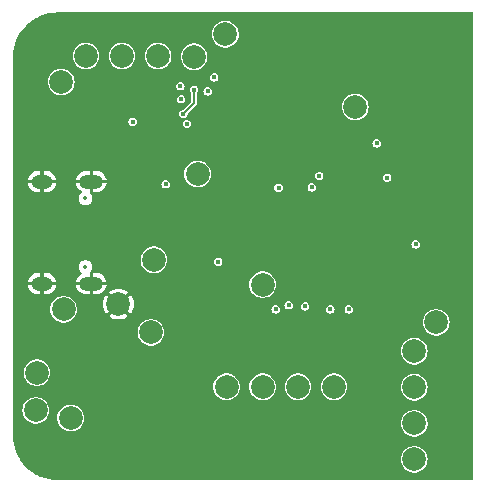
<source format=gbr>
%TF.GenerationSoftware,KiCad,Pcbnew,8.0.5*%
%TF.CreationDate,2024-11-10T03:16:46-05:00*%
%TF.ProjectId,swarm-pcb,73776172-6d2d-4706-9362-2e6b69636164,rev?*%
%TF.SameCoordinates,Original*%
%TF.FileFunction,Copper,L3,Inr*%
%TF.FilePolarity,Positive*%
%FSLAX46Y46*%
G04 Gerber Fmt 4.6, Leading zero omitted, Abs format (unit mm)*
G04 Created by KiCad (PCBNEW 8.0.5) date 2024-11-10 03:16:46*
%MOMM*%
%LPD*%
G01*
G04 APERTURE LIST*
%TA.AperFunction,ComponentPad*%
%ADD10C,2.000000*%
%TD*%
%TA.AperFunction,ComponentPad*%
%ADD11O,2.000000X1.200000*%
%TD*%
%TA.AperFunction,ComponentPad*%
%ADD12O,1.800000X1.200000*%
%TD*%
%TA.AperFunction,ViaPad*%
%ADD13C,0.450000*%
%TD*%
%TA.AperFunction,Conductor*%
%ADD14C,0.200000*%
%TD*%
%ADD15C,0.300000*%
%ADD16C,0.350000*%
%ADD17O,1.600025X0.800000*%
%ADD18O,1.599975X0.800000*%
%ADD19O,1.400000X0.800000*%
G04 APERTURE END LIST*
D10*
%TO.N,GND*%
%TO.C,TP307*%
X75150000Y-132250000D03*
%TD*%
%TO.N,/peripherals/SDI_IMU*%
%TO.C,TP209*%
X75450000Y-111250000D03*
%TD*%
%TO.N,/peripherals/SDO_IMU*%
%TO.C,TP210*%
X72399999Y-111250000D03*
%TD*%
%TO.N,MOTOR_CTRL_1*%
%TO.C,TP202*%
X100200000Y-136250000D03*
%TD*%
%TO.N,INT2*%
%TO.C,TP214*%
X81850000Y-121250000D03*
%TD*%
%TO.N,Net-(C115-Pad1)*%
%TO.C,TP102*%
X102050000Y-133800000D03*
%TD*%
%TO.N,MOTOR_CTRL_2*%
%TO.C,TP201*%
X100200000Y-139300000D03*
%TD*%
%TO.N,SCLK*%
%TO.C,TP212*%
X78500000Y-111250000D03*
%TD*%
%TO.N,/power/batt_stat*%
%TO.C,TP304*%
X68150000Y-141250000D03*
%TD*%
%TO.N,+3V3*%
%TO.C,TP301*%
X87350000Y-130600000D03*
%TD*%
%TO.N,Net-(U302-PROG)*%
%TO.C,TP305*%
X68250000Y-138050000D03*
%TD*%
%TO.N,INT1*%
%TO.C,TP213*%
X70300000Y-113450000D03*
%TD*%
D11*
%TO.N,GND*%
%TO.C,U101*%
X72854248Y-121874879D03*
X72854248Y-130525121D03*
D12*
X68674416Y-130525121D03*
X68674416Y-121874879D03*
%TD*%
D10*
%TO.N,Net-(U201-OUT2)*%
%TO.C,TP206*%
X90350000Y-139250000D03*
%TD*%
%TO.N,CS*%
%TO.C,TP211*%
X81550000Y-111300000D03*
%TD*%
%TO.N,Net-(U201-OUT4)*%
%TO.C,TP208*%
X84300000Y-139250000D03*
%TD*%
%TO.N,+BATT*%
%TO.C,TP303*%
X71100000Y-141900000D03*
%TD*%
%TO.N,MOTOR_CTRL_4*%
%TO.C,TP203*%
X100200000Y-145400000D03*
%TD*%
%TO.N,Net-(U201-OUT3)*%
%TO.C,TP207*%
X87350000Y-139250000D03*
%TD*%
%TO.N,Net-(U201-OUT1)*%
%TO.C,TP205*%
X93400000Y-139250000D03*
%TD*%
%TO.N,VBUS*%
%TO.C,TP302*%
X77900000Y-134650000D03*
%TD*%
%TO.N,/power/FB_3V3*%
%TO.C,TP306*%
X78150000Y-128500000D03*
%TD*%
%TO.N,MOTOR_CTRL_3*%
%TO.C,TP204*%
X100200000Y-142350001D03*
%TD*%
%TO.N,/BOOT*%
%TO.C,TP103*%
X95200000Y-115550000D03*
%TD*%
%TO.N,+5V*%
%TO.C,TP101*%
X70500000Y-132700000D03*
%TD*%
%TO.N,/RESET*%
%TO.C,TP104*%
X84200000Y-109400000D03*
%TD*%
D13*
%TO.N,GND*%
X103206151Y-145046001D03*
X103206151Y-143046001D03*
X103206151Y-141046001D03*
X103206151Y-139046001D03*
X103206151Y-137046001D03*
X103206151Y-135046001D03*
X103206151Y-127046001D03*
X103206151Y-123046001D03*
X103206151Y-121046001D03*
X103206151Y-119046001D03*
X103206151Y-117046001D03*
X103206151Y-115046001D03*
X103206151Y-113046001D03*
X103206151Y-111046001D03*
X103206151Y-109046001D03*
X101206151Y-141046001D03*
X101206151Y-135046001D03*
X101206151Y-123046001D03*
X101206151Y-119046001D03*
X101206151Y-117046001D03*
X101206151Y-113046001D03*
X101206151Y-111046001D03*
X99206151Y-113046001D03*
X99206151Y-111046001D03*
X99206151Y-109046001D03*
X97206151Y-145046001D03*
X97206151Y-143046001D03*
X97206151Y-141046001D03*
X97206151Y-117046001D03*
X97206151Y-113046001D03*
X97206151Y-111046001D03*
X95206151Y-145046001D03*
X95206151Y-143046001D03*
X95206151Y-141046001D03*
X95206151Y-139046001D03*
X95206151Y-117046001D03*
X95206151Y-113046001D03*
X95206151Y-111046001D03*
X93206151Y-143046001D03*
X93206151Y-141046001D03*
X93206151Y-137046001D03*
X93206151Y-121046001D03*
X93206151Y-119046001D03*
X93206151Y-117046001D03*
X93206151Y-115046001D03*
X93206151Y-113046001D03*
X93206151Y-111046001D03*
X93206151Y-109046001D03*
X91206151Y-145046001D03*
X91206151Y-119046001D03*
X91206151Y-117046001D03*
X91206151Y-115046001D03*
X91206151Y-113046001D03*
X91206151Y-111046001D03*
X91206151Y-109046001D03*
X89206151Y-143046001D03*
X89206151Y-141046001D03*
X89206151Y-117046001D03*
X89206151Y-115046001D03*
X89206151Y-113046001D03*
X89206151Y-111046001D03*
X87206151Y-143046001D03*
X87206151Y-141046001D03*
X87206151Y-135046001D03*
X87206151Y-133046001D03*
X87206151Y-129046001D03*
X87206151Y-115046001D03*
X87206151Y-113046001D03*
X85206151Y-145046001D03*
X85206151Y-135046001D03*
X85206151Y-133046001D03*
X85206151Y-129046001D03*
X85206151Y-123046001D03*
X83206151Y-143046001D03*
X83206151Y-141046001D03*
X83206151Y-123046001D03*
X83206151Y-111046001D03*
X81206151Y-145046001D03*
X81206151Y-143046001D03*
X81206151Y-141046001D03*
X81206151Y-139046001D03*
X81206151Y-127046001D03*
X81206151Y-123046001D03*
X81206151Y-109046001D03*
X79206151Y-145046001D03*
X79206151Y-143046001D03*
X79206151Y-141046001D03*
X79206151Y-139046001D03*
X79206151Y-137046001D03*
X79206151Y-127046001D03*
X79206151Y-109046001D03*
X77206151Y-143046001D03*
X77206151Y-141046001D03*
X77206151Y-139046001D03*
X77206151Y-131046001D03*
X77206151Y-109046001D03*
X75206151Y-145046001D03*
X75206151Y-143046001D03*
X75206151Y-113046001D03*
X75206151Y-109046001D03*
X73206151Y-145046001D03*
X73206151Y-143046001D03*
X73206151Y-141046001D03*
X73206151Y-133046001D03*
X73206151Y-109046001D03*
X71206151Y-145046001D03*
X71206151Y-135046001D03*
X71206151Y-131046001D03*
X71206151Y-127046001D03*
X71206151Y-117046001D03*
X71206151Y-115046001D03*
X71206151Y-109046001D03*
X69206151Y-145046001D03*
X69206151Y-143046001D03*
X69206151Y-135046001D03*
X69206151Y-125046001D03*
X69206151Y-123046001D03*
X69206151Y-119046001D03*
X69206151Y-117046001D03*
X69206151Y-115046001D03*
X69206151Y-111046001D03*
X69206151Y-109046001D03*
X67206151Y-145046001D03*
X67206151Y-143046001D03*
X67206151Y-135046001D03*
X67206151Y-133046001D03*
X67206151Y-131046001D03*
X67206151Y-129046001D03*
X67206151Y-127046001D03*
X67206151Y-125046001D03*
X67206151Y-123046001D03*
X67206151Y-121046001D03*
X67206151Y-119046001D03*
X67206151Y-117046001D03*
X67206151Y-115046001D03*
X67206151Y-113046001D03*
X67206151Y-111046001D03*
X92650000Y-128200000D03*
X94900000Y-128150000D03*
X94850000Y-125850000D03*
X92650000Y-125850000D03*
X93700000Y-125850000D03*
X93700000Y-128200000D03*
X94900000Y-127000000D03*
X92650000Y-127000000D03*
X93700000Y-127000000D03*
X93700000Y-129400000D03*
X93700000Y-124700000D03*
X91600000Y-127000000D03*
X96000000Y-127000000D03*
X81850000Y-116000000D03*
X87450000Y-119300000D03*
X86700000Y-118950000D03*
X97650000Y-122600000D03*
X90750000Y-136700000D03*
X88750000Y-121450000D03*
X72250000Y-126950000D03*
X72050000Y-126300000D03*
X72050000Y-125450000D03*
X75400000Y-126650000D03*
X85700000Y-125900000D03*
X87900000Y-125850000D03*
X85000000Y-126300000D03*
X81650000Y-126150000D03*
X80350000Y-126200000D03*
X78900000Y-126200000D03*
X77550000Y-126250000D03*
X76450000Y-126400000D03*
X88200000Y-124200000D03*
X86900000Y-124200000D03*
X84550000Y-124050000D03*
X83450000Y-124050000D03*
X82150000Y-124000000D03*
X79850000Y-124150000D03*
X78800000Y-124100000D03*
X77700000Y-124100000D03*
X76550000Y-124000000D03*
X75250000Y-116650000D03*
X77050000Y-118000000D03*
X75400000Y-117600000D03*
X78050000Y-122100000D03*
X85250000Y-121900000D03*
X85100000Y-120500000D03*
X101421358Y-126867267D03*
X101800000Y-127300000D03*
X102200000Y-127700000D03*
X102650000Y-128050000D03*
X103100000Y-128450000D03*
X103550000Y-128850000D03*
X103450000Y-129400000D03*
X103050000Y-129850000D03*
X103500000Y-131700000D03*
X103500000Y-131100000D03*
X103100000Y-130650000D03*
X102650000Y-130250000D03*
X102500000Y-132150000D03*
X101400000Y-132250000D03*
X100850000Y-132700000D03*
X100400000Y-133050000D03*
X100150000Y-133550000D03*
X99566469Y-133824556D03*
X99800000Y-134350000D03*
X99250000Y-134600000D03*
X98800000Y-135000000D03*
X98400000Y-135450000D03*
X97950000Y-134900000D03*
X97400000Y-134800000D03*
X97200000Y-134250000D03*
X97450000Y-131250000D03*
X96806588Y-131143412D03*
X96900000Y-129900000D03*
X96500000Y-130350000D03*
X96229797Y-130843600D03*
X96400000Y-131550000D03*
X96600000Y-132200000D03*
X97006588Y-131793412D03*
X97850000Y-131650000D03*
X98100000Y-131100000D03*
X97600000Y-130600000D03*
X97050000Y-130600000D03*
X98050000Y-129650000D03*
X98800000Y-130500000D03*
X98400000Y-130100000D03*
%TO.N,+3V3*%
X83250000Y-113050000D03*
X97000000Y-118650000D03*
X97900000Y-121550000D03*
X100300000Y-127200000D03*
X94650000Y-132700000D03*
X88700000Y-122400000D03*
X76350000Y-116800000D03*
X79150000Y-122100000D03*
X83600000Y-128650000D03*
%TO.N,SCLK*%
X81550000Y-114100000D03*
%TO.N,CS*%
X82700000Y-114250000D03*
%TO.N,/peripherals/SDI_IMU*%
X80450000Y-114907000D03*
X80400000Y-113800000D03*
%TO.N,CS*%
X92150000Y-121400000D03*
X80950000Y-117000000D03*
%TO.N,SCLK*%
X80650000Y-116150000D03*
X91522587Y-122377413D03*
%TO.N,GND*%
X90200000Y-133450000D03*
%TO.N,MOTOR_CTRL_4*%
X88450000Y-132700000D03*
%TO.N,MOTOR_CTRL_3*%
X89550000Y-132350000D03*
%TO.N,MOTOR_CTRL_2*%
X90950000Y-132450000D03*
%TO.N,MOTOR_CTRL_1*%
X93100000Y-132700000D03*
%TO.N,GND*%
X90900000Y-130950000D03*
X91600000Y-131850000D03*
%TD*%
D14*
%TO.N,SCLK*%
X81550000Y-114100000D02*
X81550000Y-115250000D01*
X81550000Y-115250000D02*
X80650000Y-116150000D01*
%TD*%
%TA.AperFunction,Conductor*%
%TO.N,GND*%
G36*
X105181694Y-107568806D02*
G01*
X105200000Y-107613000D01*
X105200000Y-147087000D01*
X105181694Y-147131194D01*
X105137500Y-147149500D01*
X70001540Y-147149500D01*
X69998473Y-147149425D01*
X69630652Y-147131354D01*
X69624548Y-147130753D01*
X69261785Y-147076943D01*
X69255770Y-147075746D01*
X68900038Y-146986640D01*
X68894168Y-146984859D01*
X68548884Y-146861314D01*
X68543218Y-146858967D01*
X68211704Y-146702173D01*
X68206295Y-146699282D01*
X67891742Y-146510746D01*
X67886642Y-146507338D01*
X67862056Y-146489104D01*
X67755074Y-146409760D01*
X67592088Y-146288881D01*
X67587354Y-146284997D01*
X67315622Y-146038713D01*
X67311286Y-146034377D01*
X67276588Y-145996094D01*
X67065000Y-145762643D01*
X67061118Y-145757911D01*
X67037741Y-145726391D01*
X66842657Y-145463351D01*
X66839253Y-145458257D01*
X66804332Y-145399995D01*
X99067670Y-145399995D01*
X99067670Y-145400004D01*
X99086948Y-145608057D01*
X99086950Y-145608068D01*
X99130934Y-145762653D01*
X99144134Y-145809045D01*
X99237274Y-145996095D01*
X99237275Y-145996096D01*
X99237277Y-145996100D01*
X99363189Y-146162836D01*
X99363194Y-146162841D01*
X99363198Y-146162846D01*
X99467938Y-146258329D01*
X99517614Y-146303615D01*
X99517615Y-146303616D01*
X99517619Y-146303619D01*
X99695277Y-146413620D01*
X99890123Y-146489104D01*
X100095522Y-146527500D01*
X100095525Y-146527500D01*
X100304475Y-146527500D01*
X100304478Y-146527500D01*
X100509877Y-146489104D01*
X100704723Y-146413620D01*
X100882381Y-146303619D01*
X101036802Y-146162846D01*
X101162726Y-145996095D01*
X101255866Y-145809045D01*
X101313050Y-145608065D01*
X101332330Y-145400000D01*
X101313050Y-145191935D01*
X101255866Y-144990955D01*
X101162726Y-144803905D01*
X101162723Y-144803901D01*
X101162722Y-144803899D01*
X101036810Y-144637163D01*
X101036805Y-144637158D01*
X101036802Y-144637154D01*
X100939927Y-144548841D01*
X100882385Y-144496384D01*
X100882382Y-144496382D01*
X100882381Y-144496381D01*
X100704723Y-144386380D01*
X100704721Y-144386379D01*
X100648089Y-144364440D01*
X100509877Y-144310896D01*
X100509874Y-144310895D01*
X100509873Y-144310895D01*
X100304482Y-144272500D01*
X100304478Y-144272500D01*
X100095522Y-144272500D01*
X100095517Y-144272500D01*
X99890126Y-144310895D01*
X99695278Y-144386379D01*
X99517614Y-144496384D01*
X99363196Y-144637156D01*
X99363189Y-144637163D01*
X99237277Y-144803899D01*
X99237274Y-144803905D01*
X99144134Y-144990954D01*
X99086950Y-145191931D01*
X99086948Y-145191942D01*
X99067670Y-145399995D01*
X66804332Y-145399995D01*
X66650712Y-145143695D01*
X66647831Y-145138304D01*
X66491028Y-144806772D01*
X66488689Y-144801125D01*
X66365137Y-144455821D01*
X66363362Y-144449971D01*
X66274252Y-144094225D01*
X66273056Y-144088214D01*
X66219246Y-143725451D01*
X66218645Y-143719347D01*
X66200575Y-143351526D01*
X66200500Y-143348459D01*
X66200500Y-141249995D01*
X67017670Y-141249995D01*
X67017670Y-141250004D01*
X67036948Y-141458057D01*
X67036950Y-141458068D01*
X67073679Y-141587155D01*
X67094134Y-141659045D01*
X67187274Y-141846095D01*
X67187275Y-141846096D01*
X67187277Y-141846100D01*
X67313189Y-142012836D01*
X67313194Y-142012841D01*
X67313198Y-142012846D01*
X67417640Y-142108057D01*
X67467614Y-142153615D01*
X67467615Y-142153616D01*
X67467619Y-142153619D01*
X67645277Y-142263620D01*
X67840123Y-142339104D01*
X68045522Y-142377500D01*
X68045525Y-142377500D01*
X68254475Y-142377500D01*
X68254478Y-142377500D01*
X68459877Y-142339104D01*
X68654723Y-142263620D01*
X68832381Y-142153619D01*
X68986802Y-142012846D01*
X69041092Y-141940955D01*
X69072023Y-141899995D01*
X69967670Y-141899995D01*
X69967670Y-141900004D01*
X69986948Y-142108057D01*
X69986950Y-142108068D01*
X69999911Y-142153619D01*
X70044134Y-142309045D01*
X70137274Y-142496095D01*
X70137275Y-142496096D01*
X70137277Y-142496100D01*
X70263189Y-142662836D01*
X70263194Y-142662841D01*
X70263198Y-142662846D01*
X70367938Y-142758329D01*
X70417614Y-142803615D01*
X70417615Y-142803616D01*
X70417619Y-142803619D01*
X70595277Y-142913620D01*
X70790123Y-142989104D01*
X70995522Y-143027500D01*
X70995525Y-143027500D01*
X71204475Y-143027500D01*
X71204478Y-143027500D01*
X71409877Y-142989104D01*
X71604723Y-142913620D01*
X71782381Y-142803619D01*
X71936802Y-142662846D01*
X72062726Y-142496095D01*
X72135475Y-142349996D01*
X99067670Y-142349996D01*
X99067670Y-142350005D01*
X99086948Y-142558058D01*
X99086950Y-142558069D01*
X99144134Y-142759046D01*
X99237274Y-142946096D01*
X99237275Y-142946097D01*
X99237277Y-142946101D01*
X99363189Y-143112837D01*
X99363194Y-143112842D01*
X99363198Y-143112847D01*
X99467938Y-143208330D01*
X99517614Y-143253616D01*
X99517615Y-143253617D01*
X99517619Y-143253620D01*
X99695277Y-143363621D01*
X99890123Y-143439105D01*
X100095522Y-143477501D01*
X100095525Y-143477501D01*
X100304475Y-143477501D01*
X100304478Y-143477501D01*
X100509877Y-143439105D01*
X100704723Y-143363621D01*
X100882381Y-143253620D01*
X101036802Y-143112847D01*
X101162726Y-142946096D01*
X101255866Y-142759046D01*
X101313050Y-142558066D01*
X101318792Y-142496100D01*
X101332330Y-142350005D01*
X101332330Y-142349996D01*
X101313051Y-142141943D01*
X101313049Y-142141932D01*
X101303411Y-142108057D01*
X101255866Y-141940956D01*
X101162726Y-141753906D01*
X101162723Y-141753902D01*
X101162722Y-141753900D01*
X101036810Y-141587164D01*
X101036805Y-141587159D01*
X101036802Y-141587155D01*
X100931274Y-141490954D01*
X100882385Y-141446385D01*
X100882382Y-141446383D01*
X100882381Y-141446382D01*
X100704723Y-141336381D01*
X100704721Y-141336380D01*
X100620893Y-141303905D01*
X100509877Y-141260897D01*
X100509874Y-141260896D01*
X100509873Y-141260896D01*
X100304482Y-141222501D01*
X100304478Y-141222501D01*
X100095522Y-141222501D01*
X100095517Y-141222501D01*
X99890126Y-141260896D01*
X99695278Y-141336380D01*
X99517614Y-141446385D01*
X99363196Y-141587157D01*
X99363189Y-141587164D01*
X99237277Y-141753900D01*
X99237274Y-141753906D01*
X99144134Y-141940955D01*
X99086950Y-142141932D01*
X99086948Y-142141943D01*
X99067670Y-142349996D01*
X72135475Y-142349996D01*
X72155866Y-142309045D01*
X72213050Y-142108065D01*
X72213051Y-142108057D01*
X72232330Y-141900004D01*
X72232330Y-141899995D01*
X72213051Y-141691942D01*
X72213049Y-141691931D01*
X72183237Y-141587155D01*
X72155866Y-141490955D01*
X72062726Y-141303905D01*
X72062723Y-141303901D01*
X72062722Y-141303899D01*
X71936810Y-141137163D01*
X71936805Y-141137158D01*
X71936802Y-141137154D01*
X71832359Y-141041942D01*
X71782385Y-140996384D01*
X71782382Y-140996382D01*
X71782381Y-140996381D01*
X71604723Y-140886380D01*
X71604721Y-140886379D01*
X71548089Y-140864440D01*
X71409877Y-140810896D01*
X71409874Y-140810895D01*
X71409873Y-140810895D01*
X71204482Y-140772500D01*
X71204478Y-140772500D01*
X70995522Y-140772500D01*
X70995517Y-140772500D01*
X70790126Y-140810895D01*
X70595278Y-140886379D01*
X70417614Y-140996384D01*
X70263196Y-141137156D01*
X70263189Y-141137163D01*
X70137277Y-141303899D01*
X70137274Y-141303905D01*
X70044134Y-141490954D01*
X69986950Y-141691931D01*
X69986948Y-141691942D01*
X69967670Y-141899995D01*
X69072023Y-141899995D01*
X69112722Y-141846100D01*
X69112721Y-141846100D01*
X69112726Y-141846095D01*
X69205866Y-141659045D01*
X69263050Y-141458065D01*
X69263051Y-141458057D01*
X69282330Y-141250004D01*
X69282330Y-141249995D01*
X69263051Y-141041942D01*
X69263049Y-141041931D01*
X69250089Y-140996381D01*
X69205866Y-140840955D01*
X69112726Y-140653905D01*
X69112723Y-140653901D01*
X69112722Y-140653899D01*
X68986810Y-140487163D01*
X68986805Y-140487158D01*
X68986802Y-140487154D01*
X68866516Y-140377499D01*
X68832385Y-140346384D01*
X68832382Y-140346382D01*
X68832381Y-140346381D01*
X68654723Y-140236380D01*
X68654721Y-140236379D01*
X68570147Y-140203615D01*
X68459877Y-140160896D01*
X68459874Y-140160895D01*
X68459873Y-140160895D01*
X68254482Y-140122500D01*
X68254478Y-140122500D01*
X68045522Y-140122500D01*
X68045517Y-140122500D01*
X67840126Y-140160895D01*
X67645278Y-140236379D01*
X67467614Y-140346384D01*
X67313196Y-140487156D01*
X67313189Y-140487163D01*
X67187277Y-140653899D01*
X67187274Y-140653905D01*
X67094134Y-140840954D01*
X67036950Y-141041931D01*
X67036948Y-141041942D01*
X67017670Y-141249995D01*
X66200500Y-141249995D01*
X66200500Y-139249995D01*
X83167670Y-139249995D01*
X83167670Y-139250004D01*
X83186948Y-139458057D01*
X83186950Y-139458068D01*
X83201176Y-139508065D01*
X83244134Y-139659045D01*
X83337274Y-139846095D01*
X83337275Y-139846096D01*
X83337277Y-139846100D01*
X83463189Y-140012836D01*
X83463194Y-140012841D01*
X83463198Y-140012846D01*
X83518046Y-140062846D01*
X83617614Y-140153615D01*
X83617615Y-140153616D01*
X83617619Y-140153619D01*
X83795277Y-140263620D01*
X83990123Y-140339104D01*
X84195522Y-140377500D01*
X84195525Y-140377500D01*
X84404475Y-140377500D01*
X84404478Y-140377500D01*
X84609877Y-140339104D01*
X84804723Y-140263620D01*
X84982381Y-140153619D01*
X85136802Y-140012846D01*
X85262726Y-139846095D01*
X85355866Y-139659045D01*
X85413050Y-139458065D01*
X85413051Y-139458057D01*
X85432330Y-139250004D01*
X85432330Y-139249995D01*
X86217670Y-139249995D01*
X86217670Y-139250004D01*
X86236948Y-139458057D01*
X86236950Y-139458068D01*
X86251176Y-139508065D01*
X86294134Y-139659045D01*
X86387274Y-139846095D01*
X86387275Y-139846096D01*
X86387277Y-139846100D01*
X86513189Y-140012836D01*
X86513194Y-140012841D01*
X86513198Y-140012846D01*
X86568046Y-140062846D01*
X86667614Y-140153615D01*
X86667615Y-140153616D01*
X86667619Y-140153619D01*
X86845277Y-140263620D01*
X87040123Y-140339104D01*
X87245522Y-140377500D01*
X87245525Y-140377500D01*
X87454475Y-140377500D01*
X87454478Y-140377500D01*
X87659877Y-140339104D01*
X87854723Y-140263620D01*
X88032381Y-140153619D01*
X88186802Y-140012846D01*
X88312726Y-139846095D01*
X88405866Y-139659045D01*
X88463050Y-139458065D01*
X88463051Y-139458057D01*
X88482330Y-139250004D01*
X88482330Y-139249995D01*
X89217670Y-139249995D01*
X89217670Y-139250004D01*
X89236948Y-139458057D01*
X89236950Y-139458068D01*
X89251176Y-139508065D01*
X89294134Y-139659045D01*
X89387274Y-139846095D01*
X89387275Y-139846096D01*
X89387277Y-139846100D01*
X89513189Y-140012836D01*
X89513194Y-140012841D01*
X89513198Y-140012846D01*
X89568046Y-140062846D01*
X89667614Y-140153615D01*
X89667615Y-140153616D01*
X89667619Y-140153619D01*
X89845277Y-140263620D01*
X90040123Y-140339104D01*
X90245522Y-140377500D01*
X90245525Y-140377500D01*
X90454475Y-140377500D01*
X90454478Y-140377500D01*
X90659877Y-140339104D01*
X90854723Y-140263620D01*
X91032381Y-140153619D01*
X91186802Y-140012846D01*
X91312726Y-139846095D01*
X91405866Y-139659045D01*
X91463050Y-139458065D01*
X91463051Y-139458057D01*
X91482330Y-139250004D01*
X91482330Y-139249995D01*
X92267670Y-139249995D01*
X92267670Y-139250004D01*
X92286948Y-139458057D01*
X92286950Y-139458068D01*
X92301176Y-139508065D01*
X92344134Y-139659045D01*
X92437274Y-139846095D01*
X92437275Y-139846096D01*
X92437277Y-139846100D01*
X92563189Y-140012836D01*
X92563194Y-140012841D01*
X92563198Y-140012846D01*
X92618046Y-140062846D01*
X92717614Y-140153615D01*
X92717615Y-140153616D01*
X92717619Y-140153619D01*
X92895277Y-140263620D01*
X93090123Y-140339104D01*
X93295522Y-140377500D01*
X93295525Y-140377500D01*
X93504475Y-140377500D01*
X93504478Y-140377500D01*
X93709877Y-140339104D01*
X93904723Y-140263620D01*
X94082381Y-140153619D01*
X94236802Y-140012846D01*
X94362726Y-139846095D01*
X94455866Y-139659045D01*
X94513050Y-139458065D01*
X94513051Y-139458057D01*
X94527698Y-139299995D01*
X99067670Y-139299995D01*
X99067670Y-139300004D01*
X99086948Y-139508057D01*
X99086950Y-139508068D01*
X99144134Y-139709045D01*
X99237274Y-139896095D01*
X99237275Y-139896096D01*
X99237277Y-139896100D01*
X99363189Y-140062836D01*
X99363194Y-140062841D01*
X99363198Y-140062846D01*
X99467938Y-140158329D01*
X99517614Y-140203615D01*
X99517615Y-140203616D01*
X99517619Y-140203619D01*
X99695277Y-140313620D01*
X99890123Y-140389104D01*
X100095522Y-140427500D01*
X100095525Y-140427500D01*
X100304475Y-140427500D01*
X100304478Y-140427500D01*
X100509877Y-140389104D01*
X100704723Y-140313620D01*
X100882381Y-140203619D01*
X101036802Y-140062846D01*
X101074563Y-140012843D01*
X101162722Y-139896100D01*
X101162721Y-139896100D01*
X101162726Y-139896095D01*
X101255866Y-139709045D01*
X101313050Y-139508065D01*
X101332330Y-139300000D01*
X101327697Y-139250004D01*
X101313051Y-139091942D01*
X101313049Y-139091931D01*
X101298824Y-139041935D01*
X101255866Y-138890955D01*
X101162726Y-138703905D01*
X101162723Y-138703901D01*
X101162722Y-138703899D01*
X101036810Y-138537163D01*
X101036805Y-138537158D01*
X101036802Y-138537154D01*
X100939927Y-138448841D01*
X100882385Y-138396384D01*
X100882382Y-138396382D01*
X100882381Y-138396381D01*
X100704723Y-138286380D01*
X100704721Y-138286379D01*
X100648089Y-138264440D01*
X100509877Y-138210896D01*
X100509874Y-138210895D01*
X100509873Y-138210895D01*
X100304482Y-138172500D01*
X100304478Y-138172500D01*
X100095522Y-138172500D01*
X100095517Y-138172500D01*
X99890126Y-138210895D01*
X99695278Y-138286379D01*
X99517614Y-138396384D01*
X99363196Y-138537156D01*
X99363189Y-138537163D01*
X99237277Y-138703899D01*
X99237274Y-138703905D01*
X99144134Y-138890954D01*
X99086950Y-139091931D01*
X99086948Y-139091942D01*
X99067670Y-139299995D01*
X94527698Y-139299995D01*
X94532330Y-139250004D01*
X94532330Y-139249995D01*
X94513051Y-139041942D01*
X94513049Y-139041931D01*
X94487922Y-138953619D01*
X94455866Y-138840955D01*
X94362726Y-138653905D01*
X94362723Y-138653901D01*
X94362722Y-138653899D01*
X94236810Y-138487163D01*
X94236805Y-138487158D01*
X94236802Y-138487154D01*
X94137229Y-138396381D01*
X94082385Y-138346384D01*
X94082382Y-138346382D01*
X94082381Y-138346381D01*
X93904723Y-138236380D01*
X93904721Y-138236379D01*
X93838939Y-138210895D01*
X93709877Y-138160896D01*
X93709874Y-138160895D01*
X93709873Y-138160895D01*
X93504482Y-138122500D01*
X93504478Y-138122500D01*
X93295522Y-138122500D01*
X93295517Y-138122500D01*
X93090126Y-138160895D01*
X92895278Y-138236379D01*
X92717614Y-138346384D01*
X92563196Y-138487156D01*
X92563189Y-138487163D01*
X92437277Y-138653899D01*
X92437274Y-138653905D01*
X92344134Y-138840954D01*
X92286950Y-139041931D01*
X92286948Y-139041942D01*
X92267670Y-139249995D01*
X91482330Y-139249995D01*
X91463051Y-139041942D01*
X91463049Y-139041931D01*
X91437922Y-138953619D01*
X91405866Y-138840955D01*
X91312726Y-138653905D01*
X91312723Y-138653901D01*
X91312722Y-138653899D01*
X91186810Y-138487163D01*
X91186805Y-138487158D01*
X91186802Y-138487154D01*
X91087229Y-138396381D01*
X91032385Y-138346384D01*
X91032382Y-138346382D01*
X91032381Y-138346381D01*
X90854723Y-138236380D01*
X90854721Y-138236379D01*
X90788939Y-138210895D01*
X90659877Y-138160896D01*
X90659874Y-138160895D01*
X90659873Y-138160895D01*
X90454482Y-138122500D01*
X90454478Y-138122500D01*
X90245522Y-138122500D01*
X90245517Y-138122500D01*
X90040126Y-138160895D01*
X89845278Y-138236379D01*
X89667614Y-138346384D01*
X89513196Y-138487156D01*
X89513189Y-138487163D01*
X89387277Y-138653899D01*
X89387274Y-138653905D01*
X89294134Y-138840954D01*
X89236950Y-139041931D01*
X89236948Y-139041942D01*
X89217670Y-139249995D01*
X88482330Y-139249995D01*
X88463051Y-139041942D01*
X88463049Y-139041931D01*
X88437922Y-138953619D01*
X88405866Y-138840955D01*
X88312726Y-138653905D01*
X88312723Y-138653901D01*
X88312722Y-138653899D01*
X88186810Y-138487163D01*
X88186805Y-138487158D01*
X88186802Y-138487154D01*
X88087229Y-138396381D01*
X88032385Y-138346384D01*
X88032382Y-138346382D01*
X88032381Y-138346381D01*
X87854723Y-138236380D01*
X87854721Y-138236379D01*
X87788939Y-138210895D01*
X87659877Y-138160896D01*
X87659874Y-138160895D01*
X87659873Y-138160895D01*
X87454482Y-138122500D01*
X87454478Y-138122500D01*
X87245522Y-138122500D01*
X87245517Y-138122500D01*
X87040126Y-138160895D01*
X86845278Y-138236379D01*
X86667614Y-138346384D01*
X86513196Y-138487156D01*
X86513189Y-138487163D01*
X86387277Y-138653899D01*
X86387274Y-138653905D01*
X86294134Y-138840954D01*
X86236950Y-139041931D01*
X86236948Y-139041942D01*
X86217670Y-139249995D01*
X85432330Y-139249995D01*
X85413051Y-139041942D01*
X85413049Y-139041931D01*
X85387922Y-138953619D01*
X85355866Y-138840955D01*
X85262726Y-138653905D01*
X85262723Y-138653901D01*
X85262722Y-138653899D01*
X85136810Y-138487163D01*
X85136805Y-138487158D01*
X85136802Y-138487154D01*
X85037229Y-138396381D01*
X84982385Y-138346384D01*
X84982382Y-138346382D01*
X84982381Y-138346381D01*
X84804723Y-138236380D01*
X84804721Y-138236379D01*
X84738939Y-138210895D01*
X84609877Y-138160896D01*
X84609874Y-138160895D01*
X84609873Y-138160895D01*
X84404482Y-138122500D01*
X84404478Y-138122500D01*
X84195522Y-138122500D01*
X84195517Y-138122500D01*
X83990126Y-138160895D01*
X83795278Y-138236379D01*
X83617614Y-138346384D01*
X83463196Y-138487156D01*
X83463189Y-138487163D01*
X83337277Y-138653899D01*
X83337274Y-138653905D01*
X83244134Y-138840954D01*
X83186950Y-139041931D01*
X83186948Y-139041942D01*
X83167670Y-139249995D01*
X66200500Y-139249995D01*
X66200500Y-138049995D01*
X67117670Y-138049995D01*
X67117670Y-138050004D01*
X67136948Y-138258057D01*
X67136950Y-138258068D01*
X67145006Y-138286380D01*
X67194134Y-138459045D01*
X67287274Y-138646095D01*
X67287275Y-138646096D01*
X67287277Y-138646100D01*
X67413189Y-138812836D01*
X67413194Y-138812841D01*
X67413198Y-138812846D01*
X67498879Y-138890954D01*
X67567614Y-138953615D01*
X67567615Y-138953616D01*
X67567619Y-138953619D01*
X67745277Y-139063620D01*
X67940123Y-139139104D01*
X68145522Y-139177500D01*
X68145525Y-139177500D01*
X68354475Y-139177500D01*
X68354478Y-139177500D01*
X68559877Y-139139104D01*
X68754723Y-139063620D01*
X68932381Y-138953619D01*
X69086802Y-138812846D01*
X69212726Y-138646095D01*
X69305866Y-138459045D01*
X69363050Y-138258065D01*
X69363051Y-138258057D01*
X69382330Y-138050004D01*
X69382330Y-138049995D01*
X69363051Y-137841942D01*
X69363049Y-137841931D01*
X69353797Y-137809414D01*
X69305866Y-137640955D01*
X69212726Y-137453905D01*
X69212723Y-137453901D01*
X69212722Y-137453899D01*
X69086810Y-137287163D01*
X69086805Y-137287158D01*
X69086802Y-137287154D01*
X68940321Y-137153619D01*
X68932385Y-137146384D01*
X68932382Y-137146382D01*
X68932381Y-137146381D01*
X68754723Y-137036380D01*
X68754721Y-137036379D01*
X68693949Y-137012836D01*
X68559877Y-136960896D01*
X68559874Y-136960895D01*
X68559873Y-136960895D01*
X68354482Y-136922500D01*
X68354478Y-136922500D01*
X68145522Y-136922500D01*
X68145517Y-136922500D01*
X67940126Y-136960895D01*
X67745278Y-137036379D01*
X67567614Y-137146384D01*
X67413196Y-137287156D01*
X67413189Y-137287163D01*
X67287277Y-137453899D01*
X67287274Y-137453905D01*
X67194134Y-137640954D01*
X67136950Y-137841931D01*
X67136948Y-137841942D01*
X67117670Y-138049995D01*
X66200500Y-138049995D01*
X66200500Y-136249995D01*
X99067670Y-136249995D01*
X99067670Y-136250004D01*
X99086948Y-136458057D01*
X99086950Y-136458068D01*
X99144134Y-136659045D01*
X99237274Y-136846095D01*
X99237275Y-136846096D01*
X99237277Y-136846100D01*
X99363189Y-137012836D01*
X99363194Y-137012841D01*
X99363198Y-137012846D01*
X99467938Y-137108329D01*
X99517614Y-137153615D01*
X99517615Y-137153616D01*
X99517619Y-137153619D01*
X99695277Y-137263620D01*
X99890123Y-137339104D01*
X100095522Y-137377500D01*
X100095525Y-137377500D01*
X100304475Y-137377500D01*
X100304478Y-137377500D01*
X100509877Y-137339104D01*
X100704723Y-137263620D01*
X100882381Y-137153619D01*
X101036802Y-137012846D01*
X101076034Y-136960895D01*
X101162722Y-136846100D01*
X101162721Y-136846100D01*
X101162726Y-136846095D01*
X101255866Y-136659045D01*
X101313050Y-136458065D01*
X101332330Y-136250000D01*
X101313050Y-136041935D01*
X101255866Y-135840955D01*
X101162726Y-135653905D01*
X101162723Y-135653901D01*
X101162722Y-135653899D01*
X101036810Y-135487163D01*
X101036805Y-135487158D01*
X101036802Y-135487154D01*
X100939927Y-135398841D01*
X100882385Y-135346384D01*
X100882382Y-135346382D01*
X100882381Y-135346381D01*
X100704723Y-135236380D01*
X100704721Y-135236379D01*
X100648089Y-135214440D01*
X100509877Y-135160896D01*
X100509874Y-135160895D01*
X100509873Y-135160895D01*
X100304482Y-135122500D01*
X100304478Y-135122500D01*
X100095522Y-135122500D01*
X100095517Y-135122500D01*
X99890126Y-135160895D01*
X99695278Y-135236379D01*
X99517614Y-135346384D01*
X99363196Y-135487156D01*
X99363189Y-135487163D01*
X99237277Y-135653899D01*
X99237274Y-135653905D01*
X99144134Y-135840954D01*
X99086950Y-136041931D01*
X99086948Y-136041942D01*
X99067670Y-136249995D01*
X66200500Y-136249995D01*
X66200500Y-134649995D01*
X76767670Y-134649995D01*
X76767670Y-134650004D01*
X76786948Y-134858057D01*
X76786950Y-134858068D01*
X76844134Y-135059045D01*
X76937274Y-135246095D01*
X76937275Y-135246096D01*
X76937277Y-135246100D01*
X77063189Y-135412836D01*
X77063194Y-135412841D01*
X77063198Y-135412846D01*
X77144720Y-135487163D01*
X77217614Y-135553615D01*
X77217615Y-135553616D01*
X77217619Y-135553619D01*
X77395277Y-135663620D01*
X77590123Y-135739104D01*
X77795522Y-135777500D01*
X77795525Y-135777500D01*
X78004475Y-135777500D01*
X78004478Y-135777500D01*
X78209877Y-135739104D01*
X78404723Y-135663620D01*
X78582381Y-135553619D01*
X78736802Y-135412846D01*
X78862726Y-135246095D01*
X78955866Y-135059045D01*
X79013050Y-134858065D01*
X79013051Y-134858057D01*
X79032330Y-134650004D01*
X79032330Y-134649995D01*
X79013051Y-134441942D01*
X79013049Y-134441931D01*
X79000007Y-134396094D01*
X78955866Y-134240955D01*
X78862726Y-134053905D01*
X78862723Y-134053901D01*
X78862722Y-134053899D01*
X78736810Y-133887163D01*
X78736805Y-133887158D01*
X78736802Y-133887154D01*
X78641193Y-133799995D01*
X100917670Y-133799995D01*
X100917670Y-133800004D01*
X100936948Y-134008057D01*
X100936950Y-134008068D01*
X100994134Y-134209045D01*
X101087274Y-134396095D01*
X101087275Y-134396096D01*
X101087277Y-134396100D01*
X101213189Y-134562836D01*
X101213194Y-134562841D01*
X101213198Y-134562846D01*
X101308796Y-134649995D01*
X101367614Y-134703615D01*
X101367615Y-134703616D01*
X101367619Y-134703619D01*
X101545277Y-134813620D01*
X101740123Y-134889104D01*
X101945522Y-134927500D01*
X101945525Y-134927500D01*
X102154475Y-134927500D01*
X102154478Y-134927500D01*
X102359877Y-134889104D01*
X102554723Y-134813620D01*
X102732381Y-134703619D01*
X102886802Y-134562846D01*
X103012726Y-134396095D01*
X103105866Y-134209045D01*
X103163050Y-134008065D01*
X103163051Y-134008057D01*
X103182330Y-133800004D01*
X103182330Y-133799995D01*
X103163051Y-133591942D01*
X103163049Y-133591931D01*
X103143294Y-133522500D01*
X103105866Y-133390955D01*
X103012726Y-133203905D01*
X103012723Y-133203901D01*
X103012722Y-133203899D01*
X102886810Y-133037163D01*
X102886805Y-133037158D01*
X102886802Y-133037154D01*
X102747075Y-132909776D01*
X102732385Y-132896384D01*
X102732382Y-132896382D01*
X102732381Y-132896381D01*
X102554723Y-132786380D01*
X102554721Y-132786379D01*
X102498089Y-132764440D01*
X102359877Y-132710896D01*
X102359874Y-132710895D01*
X102359873Y-132710895D01*
X102154482Y-132672500D01*
X102154478Y-132672500D01*
X101945522Y-132672500D01*
X101945517Y-132672500D01*
X101740126Y-132710895D01*
X101545278Y-132786379D01*
X101367614Y-132896384D01*
X101213196Y-133037156D01*
X101213189Y-133037163D01*
X101087277Y-133203899D01*
X101087274Y-133203905D01*
X100994134Y-133390954D01*
X100936950Y-133591931D01*
X100936948Y-133591942D01*
X100917670Y-133799995D01*
X78641193Y-133799995D01*
X78629246Y-133789104D01*
X78582385Y-133746384D01*
X78582382Y-133746382D01*
X78582381Y-133746381D01*
X78404723Y-133636380D01*
X78404721Y-133636379D01*
X78320147Y-133603615D01*
X78209877Y-133560896D01*
X78209874Y-133560895D01*
X78209873Y-133560895D01*
X78004482Y-133522500D01*
X78004478Y-133522500D01*
X77795522Y-133522500D01*
X77795517Y-133522500D01*
X77590126Y-133560895D01*
X77395278Y-133636379D01*
X77217614Y-133746384D01*
X77063196Y-133887156D01*
X77063189Y-133887163D01*
X76937277Y-134053899D01*
X76937274Y-134053905D01*
X76844134Y-134240954D01*
X76786950Y-134441931D01*
X76786948Y-134441942D01*
X76767670Y-134649995D01*
X66200500Y-134649995D01*
X66200500Y-132699995D01*
X69367670Y-132699995D01*
X69367670Y-132700004D01*
X69386948Y-132908057D01*
X69386950Y-132908068D01*
X69444134Y-133109045D01*
X69537274Y-133296095D01*
X69537275Y-133296096D01*
X69537277Y-133296100D01*
X69663189Y-133462836D01*
X69663194Y-133462841D01*
X69663198Y-133462846D01*
X69742499Y-133535138D01*
X69817614Y-133603615D01*
X69817615Y-133603616D01*
X69817619Y-133603619D01*
X69995277Y-133713620D01*
X70190123Y-133789104D01*
X70395522Y-133827500D01*
X70395525Y-133827500D01*
X70604475Y-133827500D01*
X70604478Y-133827500D01*
X70809877Y-133789104D01*
X71004723Y-133713620D01*
X71182381Y-133603619D01*
X71336802Y-133462846D01*
X71391092Y-133390955D01*
X71462722Y-133296100D01*
X71462721Y-133296100D01*
X71462726Y-133296095D01*
X71555866Y-133109045D01*
X71613050Y-132908065D01*
X71613051Y-132908057D01*
X71632330Y-132700004D01*
X71632330Y-132699995D01*
X71613051Y-132491942D01*
X71613049Y-132491931D01*
X71590098Y-132411267D01*
X71555866Y-132290955D01*
X71535471Y-132249997D01*
X73845034Y-132249997D01*
X73845034Y-132250002D01*
X73864858Y-132476601D01*
X73864861Y-132476617D01*
X73923731Y-132696321D01*
X73923732Y-132696323D01*
X74019865Y-132902482D01*
X74129215Y-133058650D01*
X74129215Y-133058651D01*
X74706328Y-132481537D01*
X74749901Y-132557007D01*
X74842993Y-132650099D01*
X74918460Y-132693670D01*
X74341348Y-133270782D01*
X74497520Y-133380135D01*
X74703676Y-133476267D01*
X74703678Y-133476268D01*
X74923382Y-133535138D01*
X74923398Y-133535141D01*
X75149998Y-133554966D01*
X75150002Y-133554966D01*
X75376601Y-133535141D01*
X75376617Y-133535138D01*
X75596321Y-133476268D01*
X75596323Y-133476267D01*
X75802479Y-133380135D01*
X75958650Y-133270782D01*
X75381538Y-132693670D01*
X75457007Y-132650099D01*
X75550099Y-132557007D01*
X75593670Y-132481538D01*
X76170782Y-133058650D01*
X76280135Y-132902479D01*
X76374554Y-132699996D01*
X88093106Y-132699996D01*
X88093106Y-132700003D01*
X88110572Y-132810282D01*
X88110574Y-132810287D01*
X88160396Y-132908068D01*
X88161267Y-132909777D01*
X88240223Y-132988733D01*
X88339714Y-133039426D01*
X88339717Y-133039427D01*
X88449997Y-133056894D01*
X88450000Y-133056894D01*
X88450003Y-133056894D01*
X88560282Y-133039427D01*
X88560283Y-133039426D01*
X88560286Y-133039426D01*
X88659777Y-132988733D01*
X88738733Y-132909777D01*
X88789426Y-132810286D01*
X88789427Y-132810282D01*
X88806894Y-132700003D01*
X88806894Y-132699996D01*
X88789427Y-132589717D01*
X88789425Y-132589712D01*
X88738733Y-132490223D01*
X88659776Y-132411266D01*
X88560287Y-132360574D01*
X88560282Y-132360572D01*
X88493506Y-132349996D01*
X89193106Y-132349996D01*
X89193106Y-132350003D01*
X89210572Y-132460282D01*
X89210574Y-132460287D01*
X89261266Y-132559776D01*
X89261267Y-132559777D01*
X89340223Y-132638733D01*
X89439714Y-132689426D01*
X89439717Y-132689427D01*
X89549997Y-132706894D01*
X89550000Y-132706894D01*
X89550003Y-132706894D01*
X89660282Y-132689427D01*
X89660283Y-132689426D01*
X89660286Y-132689426D01*
X89759777Y-132638733D01*
X89838733Y-132559777D01*
X89889426Y-132460286D01*
X89891055Y-132450003D01*
X89891056Y-132449996D01*
X90593106Y-132449996D01*
X90593106Y-132450003D01*
X90610572Y-132560282D01*
X90610574Y-132560287D01*
X90661266Y-132659776D01*
X90661267Y-132659777D01*
X90740223Y-132738733D01*
X90839714Y-132789426D01*
X90839717Y-132789427D01*
X90949997Y-132806894D01*
X90950000Y-132806894D01*
X90950003Y-132806894D01*
X91060282Y-132789427D01*
X91060283Y-132789426D01*
X91060286Y-132789426D01*
X91159777Y-132738733D01*
X91198514Y-132699996D01*
X92743106Y-132699996D01*
X92743106Y-132700003D01*
X92760572Y-132810282D01*
X92760574Y-132810287D01*
X92810396Y-132908068D01*
X92811267Y-132909777D01*
X92890223Y-132988733D01*
X92989714Y-133039426D01*
X92989717Y-133039427D01*
X93099997Y-133056894D01*
X93100000Y-133056894D01*
X93100003Y-133056894D01*
X93210282Y-133039427D01*
X93210283Y-133039426D01*
X93210286Y-133039426D01*
X93309777Y-132988733D01*
X93388733Y-132909777D01*
X93439426Y-132810286D01*
X93439427Y-132810282D01*
X93456894Y-132700003D01*
X93456894Y-132699996D01*
X94293106Y-132699996D01*
X94293106Y-132700003D01*
X94310572Y-132810282D01*
X94310574Y-132810287D01*
X94360396Y-132908068D01*
X94361267Y-132909777D01*
X94440223Y-132988733D01*
X94539714Y-133039426D01*
X94539717Y-133039427D01*
X94649997Y-133056894D01*
X94650000Y-133056894D01*
X94650003Y-133056894D01*
X94760282Y-133039427D01*
X94760283Y-133039426D01*
X94760286Y-133039426D01*
X94859777Y-132988733D01*
X94938733Y-132909777D01*
X94989426Y-132810286D01*
X94989427Y-132810282D01*
X95006894Y-132700003D01*
X95006894Y-132699996D01*
X94989427Y-132589717D01*
X94989425Y-132589712D01*
X94938733Y-132490223D01*
X94859776Y-132411266D01*
X94760287Y-132360574D01*
X94760282Y-132360572D01*
X94650003Y-132343106D01*
X94649997Y-132343106D01*
X94539717Y-132360572D01*
X94539712Y-132360574D01*
X94440223Y-132411266D01*
X94361266Y-132490223D01*
X94310574Y-132589712D01*
X94310572Y-132589717D01*
X94293106Y-132699996D01*
X93456894Y-132699996D01*
X93439427Y-132589717D01*
X93439425Y-132589712D01*
X93388733Y-132490223D01*
X93309776Y-132411266D01*
X93210287Y-132360574D01*
X93210282Y-132360572D01*
X93100003Y-132343106D01*
X93099997Y-132343106D01*
X92989717Y-132360572D01*
X92989712Y-132360574D01*
X92890223Y-132411266D01*
X92811266Y-132490223D01*
X92760574Y-132589712D01*
X92760572Y-132589717D01*
X92743106Y-132699996D01*
X91198514Y-132699996D01*
X91238733Y-132659777D01*
X91289426Y-132560286D01*
X91289507Y-132559776D01*
X91306894Y-132450003D01*
X91306894Y-132449996D01*
X91289427Y-132339717D01*
X91289425Y-132339712D01*
X91238733Y-132240223D01*
X91159776Y-132161266D01*
X91060287Y-132110574D01*
X91060282Y-132110572D01*
X90950003Y-132093106D01*
X90949997Y-132093106D01*
X90839717Y-132110572D01*
X90839712Y-132110574D01*
X90740223Y-132161266D01*
X90661266Y-132240223D01*
X90610574Y-132339712D01*
X90610572Y-132339717D01*
X90593106Y-132449996D01*
X89891056Y-132449996D01*
X89906894Y-132350003D01*
X89906894Y-132349996D01*
X89889427Y-132239717D01*
X89889425Y-132239712D01*
X89838733Y-132140223D01*
X89759776Y-132061266D01*
X89660287Y-132010574D01*
X89660282Y-132010572D01*
X89550003Y-131993106D01*
X89549997Y-131993106D01*
X89439717Y-132010572D01*
X89439712Y-132010574D01*
X89340223Y-132061266D01*
X89261266Y-132140223D01*
X89210574Y-132239712D01*
X89210572Y-132239717D01*
X89193106Y-132349996D01*
X88493506Y-132349996D01*
X88450003Y-132343106D01*
X88449997Y-132343106D01*
X88339717Y-132360572D01*
X88339712Y-132360574D01*
X88240223Y-132411266D01*
X88161266Y-132490223D01*
X88110574Y-132589712D01*
X88110572Y-132589717D01*
X88093106Y-132699996D01*
X76374554Y-132699996D01*
X76376267Y-132696323D01*
X76376268Y-132696321D01*
X76435138Y-132476617D01*
X76435141Y-132476601D01*
X76454966Y-132250002D01*
X76454966Y-132249997D01*
X76435141Y-132023398D01*
X76435138Y-132023382D01*
X76376268Y-131803678D01*
X76376267Y-131803676D01*
X76280135Y-131597520D01*
X76170782Y-131441348D01*
X75593670Y-132018460D01*
X75550099Y-131942993D01*
X75457007Y-131849901D01*
X75381537Y-131806328D01*
X75958651Y-131229215D01*
X75802481Y-131119865D01*
X75802483Y-131119865D01*
X75596323Y-131023732D01*
X75596321Y-131023731D01*
X75376617Y-130964861D01*
X75376601Y-130964858D01*
X75150002Y-130945034D01*
X75149998Y-130945034D01*
X74923398Y-130964858D01*
X74923382Y-130964861D01*
X74703678Y-131023731D01*
X74703676Y-131023732D01*
X74497517Y-131119865D01*
X74341348Y-131229215D01*
X74341347Y-131229215D01*
X74918461Y-131806329D01*
X74842993Y-131849901D01*
X74749901Y-131942993D01*
X74706329Y-132018461D01*
X74129215Y-131441347D01*
X74129215Y-131441348D01*
X74019865Y-131597517D01*
X73923732Y-131803676D01*
X73923731Y-131803678D01*
X73864861Y-132023382D01*
X73864858Y-132023398D01*
X73845034Y-132249997D01*
X71535471Y-132249997D01*
X71462726Y-132103905D01*
X71462723Y-132103901D01*
X71462722Y-132103899D01*
X71336810Y-131937163D01*
X71336805Y-131937158D01*
X71336802Y-131937154D01*
X71239927Y-131848841D01*
X71182385Y-131796384D01*
X71182382Y-131796382D01*
X71182381Y-131796381D01*
X71004723Y-131686380D01*
X71004721Y-131686379D01*
X70948089Y-131664440D01*
X70809877Y-131610896D01*
X70809874Y-131610895D01*
X70809873Y-131610895D01*
X70604482Y-131572500D01*
X70604478Y-131572500D01*
X70395522Y-131572500D01*
X70395517Y-131572500D01*
X70190126Y-131610895D01*
X69995278Y-131686379D01*
X69817614Y-131796384D01*
X69663196Y-131937156D01*
X69663189Y-131937163D01*
X69537277Y-132103899D01*
X69537274Y-132103905D01*
X69444134Y-132290954D01*
X69386950Y-132491931D01*
X69386948Y-132491942D01*
X69367670Y-132699995D01*
X66200500Y-132699995D01*
X66200500Y-130375120D01*
X67486620Y-130375120D01*
X67486621Y-130375121D01*
X68000498Y-130375121D01*
X67974416Y-130472460D01*
X67974416Y-130577782D01*
X68000498Y-130675121D01*
X67486621Y-130675121D01*
X67509002Y-130787641D01*
X67509004Y-130787648D01*
X67576846Y-130951431D01*
X67576847Y-130951433D01*
X67675339Y-131098837D01*
X67800699Y-131224197D01*
X67948103Y-131322689D01*
X67948105Y-131322690D01*
X68111894Y-131390534D01*
X68111897Y-131390535D01*
X68285773Y-131425120D01*
X68285774Y-131425121D01*
X68524416Y-131425121D01*
X68524416Y-130925121D01*
X68824416Y-130925121D01*
X68824416Y-131425121D01*
X69063058Y-131425121D01*
X69063058Y-131425120D01*
X69236934Y-131390535D01*
X69236937Y-131390534D01*
X69400726Y-131322690D01*
X69400728Y-131322689D01*
X69548132Y-131224197D01*
X69673492Y-131098837D01*
X69771984Y-130951433D01*
X69771985Y-130951431D01*
X69839827Y-130787648D01*
X69839829Y-130787641D01*
X69862211Y-130675121D01*
X69348334Y-130675121D01*
X69374416Y-130577782D01*
X69374416Y-130472460D01*
X69348334Y-130375121D01*
X69862211Y-130375121D01*
X69862211Y-130375120D01*
X71566452Y-130375120D01*
X71566453Y-130375121D01*
X72080342Y-130375121D01*
X72054260Y-130472460D01*
X72054260Y-130577782D01*
X72080342Y-130675121D01*
X71566453Y-130675121D01*
X71588834Y-130787641D01*
X71588836Y-130787648D01*
X71656678Y-130951431D01*
X71656679Y-130951433D01*
X71755171Y-131098837D01*
X71880531Y-131224197D01*
X72027935Y-131322689D01*
X72027937Y-131322690D01*
X72191726Y-131390534D01*
X72191729Y-131390535D01*
X72365605Y-131425120D01*
X72365606Y-131425121D01*
X72704248Y-131425121D01*
X72704248Y-130925121D01*
X73004248Y-130925121D01*
X73004248Y-131425121D01*
X73342890Y-131425121D01*
X73342890Y-131425120D01*
X73516766Y-131390535D01*
X73516769Y-131390534D01*
X73680558Y-131322690D01*
X73680560Y-131322689D01*
X73827964Y-131224197D01*
X73953324Y-131098837D01*
X74051816Y-130951433D01*
X74051817Y-130951431D01*
X74119659Y-130787648D01*
X74119661Y-130787641D01*
X74142043Y-130675121D01*
X73628154Y-130675121D01*
X73648284Y-130599995D01*
X86217670Y-130599995D01*
X86217670Y-130600004D01*
X86236948Y-130808057D01*
X86236950Y-130808068D01*
X86294134Y-131009045D01*
X86387274Y-131196095D01*
X86387275Y-131196096D01*
X86387277Y-131196100D01*
X86513189Y-131362836D01*
X86513194Y-131362841D01*
X86513198Y-131362846D01*
X86581511Y-131425121D01*
X86667614Y-131503615D01*
X86667615Y-131503616D01*
X86667619Y-131503619D01*
X86845277Y-131613620D01*
X87040123Y-131689104D01*
X87245522Y-131727500D01*
X87245525Y-131727500D01*
X87454475Y-131727500D01*
X87454478Y-131727500D01*
X87659877Y-131689104D01*
X87854723Y-131613620D01*
X88032381Y-131503619D01*
X88186802Y-131362846D01*
X88217127Y-131322690D01*
X88312722Y-131196100D01*
X88312721Y-131196100D01*
X88312726Y-131196095D01*
X88405866Y-131009045D01*
X88463050Y-130808065D01*
X88482330Y-130600000D01*
X88480271Y-130577782D01*
X88463051Y-130391942D01*
X88463049Y-130391931D01*
X88453797Y-130359414D01*
X88405866Y-130190955D01*
X88312726Y-130003905D01*
X88312723Y-130003901D01*
X88312722Y-130003899D01*
X88186810Y-129837163D01*
X88186805Y-129837158D01*
X88186802Y-129837154D01*
X88050393Y-129712801D01*
X88032385Y-129696384D01*
X88032382Y-129696382D01*
X88032381Y-129696381D01*
X87854723Y-129586380D01*
X87854721Y-129586379D01*
X87787775Y-129560444D01*
X87659877Y-129510896D01*
X87659874Y-129510895D01*
X87659873Y-129510895D01*
X87454482Y-129472500D01*
X87454478Y-129472500D01*
X87245522Y-129472500D01*
X87245517Y-129472500D01*
X87040126Y-129510895D01*
X86845278Y-129586379D01*
X86667614Y-129696384D01*
X86513196Y-129837156D01*
X86513189Y-129837163D01*
X86387277Y-130003899D01*
X86387274Y-130003905D01*
X86294134Y-130190954D01*
X86236950Y-130391931D01*
X86236948Y-130391942D01*
X86217670Y-130599995D01*
X73648284Y-130599995D01*
X73654236Y-130577782D01*
X73654236Y-130472460D01*
X73628154Y-130375121D01*
X74142043Y-130375121D01*
X74142043Y-130375120D01*
X74119661Y-130262600D01*
X74119659Y-130262593D01*
X74051817Y-130098810D01*
X74051816Y-130098808D01*
X73953324Y-129951404D01*
X73827964Y-129826044D01*
X73680560Y-129727552D01*
X73680558Y-129727551D01*
X73516769Y-129659707D01*
X73516766Y-129659706D01*
X73342890Y-129625121D01*
X73004248Y-129625121D01*
X73004248Y-130125121D01*
X72704248Y-130125121D01*
X72704248Y-129606062D01*
X72699419Y-129594404D01*
X72717725Y-129550210D01*
X72814636Y-129453299D01*
X72814641Y-129453294D01*
X72890408Y-129322061D01*
X72929628Y-129175691D01*
X72929628Y-129024157D01*
X72890408Y-128877787D01*
X72814641Y-128746554D01*
X72814639Y-128746552D01*
X72814636Y-128746548D01*
X72707496Y-128639408D01*
X72707492Y-128639405D01*
X72707491Y-128639404D01*
X72641874Y-128601520D01*
X72576257Y-128563636D01*
X72576253Y-128563635D01*
X72429894Y-128524418D01*
X72429889Y-128524417D01*
X72429888Y-128524417D01*
X72278354Y-128524417D01*
X72278353Y-128524417D01*
X72278347Y-128524418D01*
X72131988Y-128563635D01*
X72131984Y-128563636D01*
X72000749Y-128639405D01*
X72000745Y-128639408D01*
X71893605Y-128746548D01*
X71893602Y-128746552D01*
X71817833Y-128877787D01*
X71817832Y-128877791D01*
X71778615Y-129024150D01*
X71778614Y-129024158D01*
X71778614Y-129175689D01*
X71778615Y-129175697D01*
X71817832Y-129322056D01*
X71817833Y-129322060D01*
X71893602Y-129453295D01*
X71893605Y-129453299D01*
X72000745Y-129560439D01*
X72000749Y-129560442D01*
X72000751Y-129560444D01*
X72059572Y-129594404D01*
X72070879Y-129600932D01*
X72099999Y-129638883D01*
X72093756Y-129686309D01*
X72063547Y-129712801D01*
X72027938Y-129727551D01*
X72027935Y-129727552D01*
X71880531Y-129826044D01*
X71755171Y-129951404D01*
X71656679Y-130098808D01*
X71656678Y-130098810D01*
X71588836Y-130262593D01*
X71588834Y-130262600D01*
X71566452Y-130375120D01*
X69862211Y-130375120D01*
X69839829Y-130262600D01*
X69839827Y-130262593D01*
X69771985Y-130098810D01*
X69771984Y-130098808D01*
X69673492Y-129951404D01*
X69548132Y-129826044D01*
X69400728Y-129727552D01*
X69400726Y-129727551D01*
X69236937Y-129659707D01*
X69236934Y-129659706D01*
X69063058Y-129625121D01*
X68824416Y-129625121D01*
X68824416Y-130125121D01*
X68524416Y-130125121D01*
X68524416Y-129625121D01*
X68285774Y-129625121D01*
X68111897Y-129659706D01*
X68111894Y-129659707D01*
X67948105Y-129727551D01*
X67948103Y-129727552D01*
X67800699Y-129826044D01*
X67675339Y-129951404D01*
X67576847Y-130098808D01*
X67576846Y-130098810D01*
X67509004Y-130262593D01*
X67509002Y-130262600D01*
X67486620Y-130375120D01*
X66200500Y-130375120D01*
X66200500Y-128499995D01*
X77017670Y-128499995D01*
X77017670Y-128500004D01*
X77036948Y-128708057D01*
X77036950Y-128708068D01*
X77080116Y-128859777D01*
X77094134Y-128909045D01*
X77187274Y-129096095D01*
X77187275Y-129096096D01*
X77187277Y-129096100D01*
X77313189Y-129262836D01*
X77313194Y-129262841D01*
X77313198Y-129262846D01*
X77378153Y-129322060D01*
X77467614Y-129403615D01*
X77467615Y-129403616D01*
X77467619Y-129403619D01*
X77645277Y-129513620D01*
X77840123Y-129589104D01*
X78045522Y-129627500D01*
X78045525Y-129627500D01*
X78254475Y-129627500D01*
X78254478Y-129627500D01*
X78459877Y-129589104D01*
X78654723Y-129513620D01*
X78832381Y-129403619D01*
X78986802Y-129262846D01*
X79112726Y-129096095D01*
X79205866Y-128909045D01*
X79263050Y-128708065D01*
X79263051Y-128708057D01*
X79268431Y-128649996D01*
X83243106Y-128649996D01*
X83243106Y-128650003D01*
X83260572Y-128760282D01*
X83260574Y-128760287D01*
X83311266Y-128859776D01*
X83311267Y-128859777D01*
X83390223Y-128938733D01*
X83489714Y-128989426D01*
X83489717Y-128989427D01*
X83599997Y-129006894D01*
X83600000Y-129006894D01*
X83600003Y-129006894D01*
X83710282Y-128989427D01*
X83710283Y-128989426D01*
X83710286Y-128989426D01*
X83809777Y-128938733D01*
X83888733Y-128859777D01*
X83939426Y-128760286D01*
X83941601Y-128746554D01*
X83956894Y-128650003D01*
X83956894Y-128649996D01*
X83939427Y-128539717D01*
X83939425Y-128539712D01*
X83888733Y-128440223D01*
X83809776Y-128361266D01*
X83710287Y-128310574D01*
X83710282Y-128310572D01*
X83600003Y-128293106D01*
X83599997Y-128293106D01*
X83489717Y-128310572D01*
X83489712Y-128310574D01*
X83390223Y-128361266D01*
X83311266Y-128440223D01*
X83260574Y-128539712D01*
X83260572Y-128539717D01*
X83243106Y-128649996D01*
X79268431Y-128649996D01*
X79282330Y-128500004D01*
X79282330Y-128499995D01*
X79263051Y-128291942D01*
X79263049Y-128291931D01*
X79253797Y-128259414D01*
X79205866Y-128090955D01*
X79112726Y-127903905D01*
X79112723Y-127903901D01*
X79112722Y-127903899D01*
X78986810Y-127737163D01*
X78986805Y-127737158D01*
X78986802Y-127737154D01*
X78889927Y-127648841D01*
X78832385Y-127596384D01*
X78832382Y-127596382D01*
X78832381Y-127596381D01*
X78654723Y-127486380D01*
X78654721Y-127486379D01*
X78598089Y-127464440D01*
X78459877Y-127410896D01*
X78459874Y-127410895D01*
X78459873Y-127410895D01*
X78254482Y-127372500D01*
X78254478Y-127372500D01*
X78045522Y-127372500D01*
X78045517Y-127372500D01*
X77840126Y-127410895D01*
X77645278Y-127486379D01*
X77467614Y-127596384D01*
X77313196Y-127737156D01*
X77313189Y-127737163D01*
X77187277Y-127903899D01*
X77187274Y-127903905D01*
X77094134Y-128090954D01*
X77036950Y-128291931D01*
X77036948Y-128291942D01*
X77017670Y-128499995D01*
X66200500Y-128499995D01*
X66200500Y-127199996D01*
X99943106Y-127199996D01*
X99943106Y-127200003D01*
X99960572Y-127310282D01*
X99960574Y-127310287D01*
X99992273Y-127372500D01*
X100011267Y-127409777D01*
X100090223Y-127488733D01*
X100189714Y-127539426D01*
X100189717Y-127539427D01*
X100299997Y-127556894D01*
X100300000Y-127556894D01*
X100300003Y-127556894D01*
X100410282Y-127539427D01*
X100410283Y-127539426D01*
X100410286Y-127539426D01*
X100509777Y-127488733D01*
X100588733Y-127409777D01*
X100639426Y-127310286D01*
X100656894Y-127200000D01*
X100656894Y-127199996D01*
X100639427Y-127089717D01*
X100639425Y-127089712D01*
X100588733Y-126990223D01*
X100509776Y-126911266D01*
X100410287Y-126860574D01*
X100410282Y-126860572D01*
X100300003Y-126843106D01*
X100299997Y-126843106D01*
X100189717Y-126860572D01*
X100189712Y-126860574D01*
X100090223Y-126911266D01*
X100011266Y-126990223D01*
X99960574Y-127089712D01*
X99960572Y-127089717D01*
X99943106Y-127199996D01*
X66200500Y-127199996D01*
X66200500Y-121724878D01*
X67486620Y-121724878D01*
X67486621Y-121724879D01*
X68000498Y-121724879D01*
X67974416Y-121822218D01*
X67974416Y-121927540D01*
X68000498Y-122024879D01*
X67486621Y-122024879D01*
X67509002Y-122137399D01*
X67509004Y-122137406D01*
X67576846Y-122301189D01*
X67576847Y-122301191D01*
X67675339Y-122448595D01*
X67800699Y-122573955D01*
X67948103Y-122672447D01*
X67948105Y-122672448D01*
X68111894Y-122740292D01*
X68111897Y-122740293D01*
X68285773Y-122774878D01*
X68285774Y-122774879D01*
X68524416Y-122774879D01*
X68524416Y-122274879D01*
X68824416Y-122274879D01*
X68824416Y-122774879D01*
X69063058Y-122774879D01*
X69063058Y-122774878D01*
X69236934Y-122740293D01*
X69236937Y-122740292D01*
X69400726Y-122672448D01*
X69400728Y-122672447D01*
X69548132Y-122573955D01*
X69673492Y-122448595D01*
X69771984Y-122301191D01*
X69771985Y-122301189D01*
X69839827Y-122137406D01*
X69839829Y-122137399D01*
X69862211Y-122024879D01*
X69348334Y-122024879D01*
X69374416Y-121927540D01*
X69374416Y-121822218D01*
X69348334Y-121724879D01*
X69862211Y-121724879D01*
X69862211Y-121724878D01*
X71566452Y-121724878D01*
X71566453Y-121724879D01*
X72080317Y-121724879D01*
X72054235Y-121822218D01*
X72054235Y-121927540D01*
X72080317Y-122024879D01*
X71566453Y-122024879D01*
X71588834Y-122137399D01*
X71588836Y-122137406D01*
X71656678Y-122301189D01*
X71656679Y-122301191D01*
X71755171Y-122448595D01*
X71880531Y-122573955D01*
X72027933Y-122672446D01*
X72063546Y-122687197D01*
X72097371Y-122721022D01*
X72097372Y-122768857D01*
X72070880Y-122799066D01*
X72000751Y-122839555D01*
X72000745Y-122839560D01*
X71893605Y-122946700D01*
X71893602Y-122946704D01*
X71817833Y-123077939D01*
X71817832Y-123077943D01*
X71778615Y-123224302D01*
X71778614Y-123224310D01*
X71778614Y-123375841D01*
X71778615Y-123375849D01*
X71817832Y-123522208D01*
X71817833Y-123522212D01*
X71893602Y-123653447D01*
X71893605Y-123653451D01*
X72000745Y-123760591D01*
X72000749Y-123760594D01*
X72000751Y-123760596D01*
X72131984Y-123836363D01*
X72278354Y-123875583D01*
X72278355Y-123875583D01*
X72429887Y-123875583D01*
X72429888Y-123875583D01*
X72576258Y-123836363D01*
X72707491Y-123760596D01*
X72814641Y-123653446D01*
X72890408Y-123522213D01*
X72929628Y-123375843D01*
X72929628Y-123224309D01*
X72890408Y-123077939D01*
X72814641Y-122946706D01*
X72814639Y-122946704D01*
X72814636Y-122946700D01*
X72717725Y-122849789D01*
X72699419Y-122805595D01*
X72704248Y-122793936D01*
X72704248Y-122274879D01*
X73004248Y-122274879D01*
X73004248Y-122774879D01*
X73342890Y-122774879D01*
X73342890Y-122774878D01*
X73516766Y-122740293D01*
X73516769Y-122740292D01*
X73680558Y-122672448D01*
X73680560Y-122672447D01*
X73827964Y-122573955D01*
X73953324Y-122448595D01*
X74051816Y-122301191D01*
X74051817Y-122301189D01*
X74119659Y-122137406D01*
X74119661Y-122137399D01*
X74127101Y-122099996D01*
X78793106Y-122099996D01*
X78793106Y-122100003D01*
X78810572Y-122210282D01*
X78810574Y-122210287D01*
X78856891Y-122301189D01*
X78861267Y-122309777D01*
X78940223Y-122388733D01*
X79039714Y-122439426D01*
X79039717Y-122439427D01*
X79149997Y-122456894D01*
X79150000Y-122456894D01*
X79150003Y-122456894D01*
X79260282Y-122439427D01*
X79260283Y-122439426D01*
X79260286Y-122439426D01*
X79337672Y-122399996D01*
X88343106Y-122399996D01*
X88343106Y-122400003D01*
X88360572Y-122510282D01*
X88360574Y-122510287D01*
X88399758Y-122587190D01*
X88411267Y-122609777D01*
X88490223Y-122688733D01*
X88589714Y-122739426D01*
X88589717Y-122739427D01*
X88699997Y-122756894D01*
X88700000Y-122756894D01*
X88700003Y-122756894D01*
X88810282Y-122739427D01*
X88810283Y-122739426D01*
X88810286Y-122739426D01*
X88909777Y-122688733D01*
X88988733Y-122609777D01*
X89039426Y-122510286D01*
X89039427Y-122510282D01*
X89056894Y-122400003D01*
X89056894Y-122399996D01*
X89053316Y-122377409D01*
X91165693Y-122377409D01*
X91165693Y-122377416D01*
X91183159Y-122487695D01*
X91183161Y-122487700D01*
X91194670Y-122510287D01*
X91233854Y-122587190D01*
X91312810Y-122666146D01*
X91412301Y-122716839D01*
X91412304Y-122716840D01*
X91522584Y-122734307D01*
X91522587Y-122734307D01*
X91522590Y-122734307D01*
X91632869Y-122716840D01*
X91632870Y-122716839D01*
X91632873Y-122716839D01*
X91732364Y-122666146D01*
X91811320Y-122587190D01*
X91862013Y-122487699D01*
X91862014Y-122487695D01*
X91879481Y-122377416D01*
X91879481Y-122377409D01*
X91862014Y-122267130D01*
X91862012Y-122267125D01*
X91811320Y-122167636D01*
X91732363Y-122088679D01*
X91632874Y-122037987D01*
X91632869Y-122037985D01*
X91522590Y-122020519D01*
X91522584Y-122020519D01*
X91412304Y-122037985D01*
X91412299Y-122037987D01*
X91312810Y-122088679D01*
X91233853Y-122167636D01*
X91183161Y-122267125D01*
X91183159Y-122267130D01*
X91165693Y-122377409D01*
X89053316Y-122377409D01*
X89039427Y-122289717D01*
X89039425Y-122289712D01*
X88988733Y-122190223D01*
X88909776Y-122111266D01*
X88810287Y-122060574D01*
X88810282Y-122060572D01*
X88700003Y-122043106D01*
X88699997Y-122043106D01*
X88589717Y-122060572D01*
X88589712Y-122060574D01*
X88490223Y-122111266D01*
X88411266Y-122190223D01*
X88360574Y-122289712D01*
X88360572Y-122289717D01*
X88343106Y-122399996D01*
X79337672Y-122399996D01*
X79359777Y-122388733D01*
X79438733Y-122309777D01*
X79489426Y-122210286D01*
X79492604Y-122190223D01*
X79506894Y-122100003D01*
X79506894Y-122099996D01*
X79489427Y-121989717D01*
X79489425Y-121989712D01*
X79438733Y-121890223D01*
X79359776Y-121811266D01*
X79260287Y-121760574D01*
X79260282Y-121760572D01*
X79150003Y-121743106D01*
X79149997Y-121743106D01*
X79039717Y-121760572D01*
X79039712Y-121760574D01*
X78940223Y-121811266D01*
X78861266Y-121890223D01*
X78810574Y-121989712D01*
X78810572Y-121989717D01*
X78793106Y-122099996D01*
X74127101Y-122099996D01*
X74142043Y-122024879D01*
X73628179Y-122024879D01*
X73654261Y-121927540D01*
X73654261Y-121822218D01*
X73628179Y-121724879D01*
X74142043Y-121724879D01*
X74142043Y-121724878D01*
X74119661Y-121612358D01*
X74119659Y-121612351D01*
X74051817Y-121448568D01*
X74051816Y-121448566D01*
X73953324Y-121301162D01*
X73902157Y-121249995D01*
X80717670Y-121249995D01*
X80717670Y-121250004D01*
X80736948Y-121458057D01*
X80736950Y-121458068D01*
X80780116Y-121609777D01*
X80794134Y-121659045D01*
X80887274Y-121846095D01*
X80887275Y-121846096D01*
X80887277Y-121846100D01*
X81013189Y-122012836D01*
X81013194Y-122012841D01*
X81013198Y-122012846D01*
X81096383Y-122088679D01*
X81167614Y-122153615D01*
X81167615Y-122153616D01*
X81167619Y-122153619D01*
X81345277Y-122263620D01*
X81540123Y-122339104D01*
X81745522Y-122377500D01*
X81745525Y-122377500D01*
X81954475Y-122377500D01*
X81954478Y-122377500D01*
X82159877Y-122339104D01*
X82354723Y-122263620D01*
X82532381Y-122153619D01*
X82686802Y-122012846D01*
X82704271Y-121989714D01*
X82812722Y-121846100D01*
X82812721Y-121846100D01*
X82812726Y-121846095D01*
X82905866Y-121659045D01*
X82963050Y-121458065D01*
X82964750Y-121439717D01*
X82968431Y-121399996D01*
X91793106Y-121399996D01*
X91793106Y-121400003D01*
X91810572Y-121510282D01*
X91810574Y-121510287D01*
X91833254Y-121554799D01*
X91861267Y-121609777D01*
X91940223Y-121688733D01*
X92039714Y-121739426D01*
X92039717Y-121739427D01*
X92149997Y-121756894D01*
X92150000Y-121756894D01*
X92150003Y-121756894D01*
X92260282Y-121739427D01*
X92260283Y-121739426D01*
X92260286Y-121739426D01*
X92359777Y-121688733D01*
X92438733Y-121609777D01*
X92469193Y-121549996D01*
X97543106Y-121549996D01*
X97543106Y-121550003D01*
X97560572Y-121660282D01*
X97560574Y-121660287D01*
X97609798Y-121756894D01*
X97611267Y-121759777D01*
X97690223Y-121838733D01*
X97789714Y-121889426D01*
X97789717Y-121889427D01*
X97899997Y-121906894D01*
X97900000Y-121906894D01*
X97900003Y-121906894D01*
X98010282Y-121889427D01*
X98010283Y-121889426D01*
X98010286Y-121889426D01*
X98109777Y-121838733D01*
X98188733Y-121759777D01*
X98239426Y-121660286D01*
X98244338Y-121629273D01*
X98256894Y-121550003D01*
X98256894Y-121549996D01*
X98239427Y-121439717D01*
X98239425Y-121439712D01*
X98188733Y-121340223D01*
X98109776Y-121261266D01*
X98010287Y-121210574D01*
X98010282Y-121210572D01*
X97900003Y-121193106D01*
X97899997Y-121193106D01*
X97789717Y-121210572D01*
X97789712Y-121210574D01*
X97690223Y-121261266D01*
X97611266Y-121340223D01*
X97560574Y-121439712D01*
X97560572Y-121439717D01*
X97543106Y-121549996D01*
X92469193Y-121549996D01*
X92489426Y-121510286D01*
X92497697Y-121458068D01*
X92506894Y-121400003D01*
X92506894Y-121399996D01*
X92489427Y-121289717D01*
X92489425Y-121289712D01*
X92438733Y-121190223D01*
X92359776Y-121111266D01*
X92260287Y-121060574D01*
X92260282Y-121060572D01*
X92150003Y-121043106D01*
X92149997Y-121043106D01*
X92039717Y-121060572D01*
X92039712Y-121060574D01*
X91940223Y-121111266D01*
X91861266Y-121190223D01*
X91810574Y-121289712D01*
X91810572Y-121289717D01*
X91793106Y-121399996D01*
X82968431Y-121399996D01*
X82982330Y-121250004D01*
X82982330Y-121249995D01*
X82963051Y-121041942D01*
X82963049Y-121041931D01*
X82943971Y-120974879D01*
X82905866Y-120840955D01*
X82812726Y-120653905D01*
X82812723Y-120653901D01*
X82812722Y-120653899D01*
X82686810Y-120487163D01*
X82686805Y-120487158D01*
X82686802Y-120487154D01*
X82589927Y-120398841D01*
X82532385Y-120346384D01*
X82532382Y-120346382D01*
X82532381Y-120346381D01*
X82354723Y-120236380D01*
X82354721Y-120236379D01*
X82298089Y-120214440D01*
X82159877Y-120160896D01*
X82159874Y-120160895D01*
X82159873Y-120160895D01*
X81954482Y-120122500D01*
X81954478Y-120122500D01*
X81745522Y-120122500D01*
X81745517Y-120122500D01*
X81540126Y-120160895D01*
X81345278Y-120236379D01*
X81167614Y-120346384D01*
X81013196Y-120487156D01*
X81013189Y-120487163D01*
X80887277Y-120653899D01*
X80887274Y-120653905D01*
X80794134Y-120840954D01*
X80736950Y-121041931D01*
X80736948Y-121041942D01*
X80717670Y-121249995D01*
X73902157Y-121249995D01*
X73827964Y-121175802D01*
X73680560Y-121077310D01*
X73680558Y-121077309D01*
X73516769Y-121009465D01*
X73516766Y-121009464D01*
X73342890Y-120974879D01*
X73004248Y-120974879D01*
X73004248Y-121474879D01*
X72704248Y-121474879D01*
X72704248Y-120974879D01*
X72365606Y-120974879D01*
X72191729Y-121009464D01*
X72191726Y-121009465D01*
X72027937Y-121077309D01*
X72027935Y-121077310D01*
X71880531Y-121175802D01*
X71755171Y-121301162D01*
X71656679Y-121448566D01*
X71656678Y-121448568D01*
X71588836Y-121612351D01*
X71588834Y-121612358D01*
X71566452Y-121724878D01*
X69862211Y-121724878D01*
X69839829Y-121612358D01*
X69839827Y-121612351D01*
X69771985Y-121448568D01*
X69771984Y-121448566D01*
X69673492Y-121301162D01*
X69548132Y-121175802D01*
X69400728Y-121077310D01*
X69400726Y-121077309D01*
X69236937Y-121009465D01*
X69236934Y-121009464D01*
X69063058Y-120974879D01*
X68824416Y-120974879D01*
X68824416Y-121474879D01*
X68524416Y-121474879D01*
X68524416Y-120974879D01*
X68285774Y-120974879D01*
X68111897Y-121009464D01*
X68111894Y-121009465D01*
X67948105Y-121077309D01*
X67948103Y-121077310D01*
X67800699Y-121175802D01*
X67675339Y-121301162D01*
X67576847Y-121448566D01*
X67576846Y-121448568D01*
X67509004Y-121612351D01*
X67509002Y-121612358D01*
X67486620Y-121724878D01*
X66200500Y-121724878D01*
X66200500Y-118649996D01*
X96643106Y-118649996D01*
X96643106Y-118650003D01*
X96660572Y-118760282D01*
X96660574Y-118760287D01*
X96711266Y-118859776D01*
X96711267Y-118859777D01*
X96790223Y-118938733D01*
X96889714Y-118989426D01*
X96889717Y-118989427D01*
X96999997Y-119006894D01*
X97000000Y-119006894D01*
X97000003Y-119006894D01*
X97110282Y-118989427D01*
X97110283Y-118989426D01*
X97110286Y-118989426D01*
X97209777Y-118938733D01*
X97288733Y-118859777D01*
X97339426Y-118760286D01*
X97356894Y-118650000D01*
X97356894Y-118649996D01*
X97339427Y-118539717D01*
X97339425Y-118539712D01*
X97288733Y-118440223D01*
X97209776Y-118361266D01*
X97110287Y-118310574D01*
X97110282Y-118310572D01*
X97000003Y-118293106D01*
X96999997Y-118293106D01*
X96889717Y-118310572D01*
X96889712Y-118310574D01*
X96790223Y-118361266D01*
X96711266Y-118440223D01*
X96660574Y-118539712D01*
X96660572Y-118539717D01*
X96643106Y-118649996D01*
X66200500Y-118649996D01*
X66200500Y-116799996D01*
X75993106Y-116799996D01*
X75993106Y-116800003D01*
X76010572Y-116910282D01*
X76010574Y-116910287D01*
X76061266Y-117009776D01*
X76061267Y-117009777D01*
X76140223Y-117088733D01*
X76239714Y-117139426D01*
X76239717Y-117139427D01*
X76349997Y-117156894D01*
X76350000Y-117156894D01*
X76350003Y-117156894D01*
X76460282Y-117139427D01*
X76460283Y-117139426D01*
X76460286Y-117139426D01*
X76559777Y-117088733D01*
X76638733Y-117009777D01*
X76643717Y-116999996D01*
X80593106Y-116999996D01*
X80593106Y-117000003D01*
X80610572Y-117110282D01*
X80610574Y-117110287D01*
X80661266Y-117209776D01*
X80661267Y-117209777D01*
X80740223Y-117288733D01*
X80839714Y-117339426D01*
X80839717Y-117339427D01*
X80949997Y-117356894D01*
X80950000Y-117356894D01*
X80950003Y-117356894D01*
X81060282Y-117339427D01*
X81060283Y-117339426D01*
X81060286Y-117339426D01*
X81159777Y-117288733D01*
X81238733Y-117209777D01*
X81289426Y-117110286D01*
X81292840Y-117088733D01*
X81306894Y-117000003D01*
X81306894Y-116999996D01*
X81289427Y-116889717D01*
X81289425Y-116889712D01*
X81238733Y-116790223D01*
X81159776Y-116711266D01*
X81060287Y-116660574D01*
X81060282Y-116660572D01*
X80950003Y-116643106D01*
X80949997Y-116643106D01*
X80839717Y-116660572D01*
X80839712Y-116660574D01*
X80740223Y-116711266D01*
X80661266Y-116790223D01*
X80610574Y-116889712D01*
X80610572Y-116889717D01*
X80593106Y-116999996D01*
X76643717Y-116999996D01*
X76689426Y-116910286D01*
X76692684Y-116889717D01*
X76706894Y-116800003D01*
X76706894Y-116799996D01*
X76689427Y-116689717D01*
X76689425Y-116689712D01*
X76638733Y-116590223D01*
X76559776Y-116511266D01*
X76460287Y-116460574D01*
X76460282Y-116460572D01*
X76350003Y-116443106D01*
X76349997Y-116443106D01*
X76239717Y-116460572D01*
X76239712Y-116460574D01*
X76140223Y-116511266D01*
X76061266Y-116590223D01*
X76010574Y-116689712D01*
X76010572Y-116689717D01*
X75993106Y-116799996D01*
X66200500Y-116799996D01*
X66200500Y-116149996D01*
X80293106Y-116149996D01*
X80293106Y-116150003D01*
X80310572Y-116260282D01*
X80310574Y-116260287D01*
X80361266Y-116359776D01*
X80361267Y-116359777D01*
X80440223Y-116438733D01*
X80539714Y-116489426D01*
X80539717Y-116489427D01*
X80649997Y-116506894D01*
X80650000Y-116506894D01*
X80650003Y-116506894D01*
X80760282Y-116489427D01*
X80760283Y-116489426D01*
X80760286Y-116489426D01*
X80859777Y-116438733D01*
X80938733Y-116359777D01*
X80989426Y-116260286D01*
X81006894Y-116150000D01*
X81006894Y-116145081D01*
X81008515Y-116145081D01*
X81018230Y-116104591D01*
X81024597Y-116097134D01*
X81571738Y-115549995D01*
X94067670Y-115549995D01*
X94067670Y-115550004D01*
X94086948Y-115758057D01*
X94086950Y-115758068D01*
X94138779Y-115940223D01*
X94144134Y-115959045D01*
X94237274Y-116146095D01*
X94237275Y-116146096D01*
X94237277Y-116146100D01*
X94363189Y-116312836D01*
X94363194Y-116312841D01*
X94363198Y-116312846D01*
X94467938Y-116408329D01*
X94517614Y-116453615D01*
X94517615Y-116453616D01*
X94517619Y-116453619D01*
X94695277Y-116563620D01*
X94890123Y-116639104D01*
X95095522Y-116677500D01*
X95095525Y-116677500D01*
X95304475Y-116677500D01*
X95304478Y-116677500D01*
X95509877Y-116639104D01*
X95704723Y-116563620D01*
X95882381Y-116453619D01*
X96036802Y-116312846D01*
X96076494Y-116260286D01*
X96162722Y-116146100D01*
X96162721Y-116146100D01*
X96162726Y-116146095D01*
X96255866Y-115959045D01*
X96313050Y-115758065D01*
X96332330Y-115550000D01*
X96316472Y-115378868D01*
X96313051Y-115341942D01*
X96313049Y-115341931D01*
X96290845Y-115263894D01*
X96255866Y-115140955D01*
X96162726Y-114953905D01*
X96162723Y-114953901D01*
X96162722Y-114953899D01*
X96036810Y-114787163D01*
X96036805Y-114787158D01*
X96036802Y-114787154D01*
X95938152Y-114697223D01*
X95882385Y-114646384D01*
X95882382Y-114646382D01*
X95882381Y-114646381D01*
X95704723Y-114536380D01*
X95704721Y-114536379D01*
X95648089Y-114514440D01*
X95509877Y-114460896D01*
X95509874Y-114460895D01*
X95509873Y-114460895D01*
X95304482Y-114422500D01*
X95304478Y-114422500D01*
X95095522Y-114422500D01*
X95095517Y-114422500D01*
X94890126Y-114460895D01*
X94695278Y-114536379D01*
X94517614Y-114646384D01*
X94363196Y-114787156D01*
X94363189Y-114787163D01*
X94237277Y-114953899D01*
X94237274Y-114953905D01*
X94144134Y-115140954D01*
X94086950Y-115341931D01*
X94086948Y-115341942D01*
X94067670Y-115549995D01*
X81571738Y-115549995D01*
X81742865Y-115378868D01*
X81742867Y-115378864D01*
X81758161Y-115341941D01*
X81758163Y-115341935D01*
X81777500Y-115295253D01*
X81777500Y-114396898D01*
X81795806Y-114352704D01*
X81838733Y-114309777D01*
X81869193Y-114249996D01*
X82343106Y-114249996D01*
X82343106Y-114250003D01*
X82360572Y-114360282D01*
X82360574Y-114360287D01*
X82392273Y-114422500D01*
X82411267Y-114459777D01*
X82490223Y-114538733D01*
X82589714Y-114589426D01*
X82589717Y-114589427D01*
X82699997Y-114606894D01*
X82700000Y-114606894D01*
X82700003Y-114606894D01*
X82810282Y-114589427D01*
X82810283Y-114589426D01*
X82810286Y-114589426D01*
X82909777Y-114538733D01*
X82988733Y-114459777D01*
X83039426Y-114360286D01*
X83047426Y-114309777D01*
X83056894Y-114250003D01*
X83056894Y-114249996D01*
X83039427Y-114139717D01*
X83039425Y-114139712D01*
X82988733Y-114040223D01*
X82909776Y-113961266D01*
X82810287Y-113910574D01*
X82810282Y-113910572D01*
X82700003Y-113893106D01*
X82699997Y-113893106D01*
X82589717Y-113910572D01*
X82589712Y-113910574D01*
X82490223Y-113961266D01*
X82411266Y-114040223D01*
X82360574Y-114139712D01*
X82360572Y-114139717D01*
X82343106Y-114249996D01*
X81869193Y-114249996D01*
X81889426Y-114210286D01*
X81897883Y-114156894D01*
X81906894Y-114100003D01*
X81906894Y-114099996D01*
X81889427Y-113989717D01*
X81889425Y-113989712D01*
X81838733Y-113890223D01*
X81759776Y-113811266D01*
X81660287Y-113760574D01*
X81660282Y-113760572D01*
X81550003Y-113743106D01*
X81549997Y-113743106D01*
X81439717Y-113760572D01*
X81439712Y-113760574D01*
X81340223Y-113811266D01*
X81261266Y-113890223D01*
X81210574Y-113989712D01*
X81210572Y-113989717D01*
X81193106Y-114099996D01*
X81193106Y-114100003D01*
X81210572Y-114210282D01*
X81210574Y-114210287D01*
X81261266Y-114309776D01*
X81304194Y-114352704D01*
X81322500Y-114396898D01*
X81322500Y-115129878D01*
X81304194Y-115174072D01*
X80702870Y-115775395D01*
X80658676Y-115793701D01*
X80651114Y-115793106D01*
X80649997Y-115793106D01*
X80539717Y-115810572D01*
X80539712Y-115810574D01*
X80440223Y-115861266D01*
X80361266Y-115940223D01*
X80310574Y-116039712D01*
X80310572Y-116039717D01*
X80293106Y-116149996D01*
X66200500Y-116149996D01*
X66200500Y-114906996D01*
X80093106Y-114906996D01*
X80093106Y-114907003D01*
X80110572Y-115017282D01*
X80110574Y-115017287D01*
X80161266Y-115116776D01*
X80161267Y-115116777D01*
X80240223Y-115195733D01*
X80339714Y-115246426D01*
X80339717Y-115246427D01*
X80449997Y-115263894D01*
X80450000Y-115263894D01*
X80450003Y-115263894D01*
X80560282Y-115246427D01*
X80560283Y-115246426D01*
X80560286Y-115246426D01*
X80659777Y-115195733D01*
X80738733Y-115116777D01*
X80789426Y-115017286D01*
X80806894Y-114907000D01*
X80806894Y-114906996D01*
X80789427Y-114796717D01*
X80789425Y-114796712D01*
X80738733Y-114697223D01*
X80659776Y-114618266D01*
X80560287Y-114567574D01*
X80560282Y-114567572D01*
X80450003Y-114550106D01*
X80449997Y-114550106D01*
X80339717Y-114567572D01*
X80339712Y-114567574D01*
X80240223Y-114618266D01*
X80161266Y-114697223D01*
X80110574Y-114796712D01*
X80110572Y-114796717D01*
X80093106Y-114906996D01*
X66200500Y-114906996D01*
X66200500Y-113449995D01*
X69167670Y-113449995D01*
X69167670Y-113450004D01*
X69186948Y-113658057D01*
X69186950Y-113658068D01*
X69230540Y-113811267D01*
X69244134Y-113859045D01*
X69337274Y-114046095D01*
X69337275Y-114046096D01*
X69337277Y-114046100D01*
X69463189Y-114212836D01*
X69463194Y-114212841D01*
X69463198Y-114212846D01*
X69567938Y-114308329D01*
X69617614Y-114353615D01*
X69617615Y-114353616D01*
X69617619Y-114353619D01*
X69795277Y-114463620D01*
X69990123Y-114539104D01*
X70195522Y-114577500D01*
X70195525Y-114577500D01*
X70404475Y-114577500D01*
X70404478Y-114577500D01*
X70609877Y-114539104D01*
X70804723Y-114463620D01*
X70982381Y-114353619D01*
X71136802Y-114212846D01*
X71138735Y-114210287D01*
X71262722Y-114046100D01*
X71262721Y-114046100D01*
X71262726Y-114046095D01*
X71355866Y-113859045D01*
X71372667Y-113799996D01*
X80043106Y-113799996D01*
X80043106Y-113800003D01*
X80060572Y-113910282D01*
X80060574Y-113910287D01*
X80111266Y-114009776D01*
X80111267Y-114009777D01*
X80190223Y-114088733D01*
X80289714Y-114139426D01*
X80289717Y-114139427D01*
X80399997Y-114156894D01*
X80400000Y-114156894D01*
X80400003Y-114156894D01*
X80510282Y-114139427D01*
X80510283Y-114139426D01*
X80510286Y-114139426D01*
X80609777Y-114088733D01*
X80688733Y-114009777D01*
X80739426Y-113910286D01*
X80747542Y-113859045D01*
X80756894Y-113800003D01*
X80756894Y-113799996D01*
X80739427Y-113689717D01*
X80739425Y-113689712D01*
X80688733Y-113590223D01*
X80609776Y-113511266D01*
X80510287Y-113460574D01*
X80510282Y-113460572D01*
X80400003Y-113443106D01*
X80399997Y-113443106D01*
X80289717Y-113460572D01*
X80289712Y-113460574D01*
X80190223Y-113511266D01*
X80111266Y-113590223D01*
X80060574Y-113689712D01*
X80060572Y-113689717D01*
X80043106Y-113799996D01*
X71372667Y-113799996D01*
X71413050Y-113658065D01*
X71413051Y-113658057D01*
X71432330Y-113450004D01*
X71432330Y-113449995D01*
X71413051Y-113241942D01*
X71413049Y-113241931D01*
X71389819Y-113160286D01*
X71358438Y-113049996D01*
X82893106Y-113049996D01*
X82893106Y-113050003D01*
X82910572Y-113160282D01*
X82910574Y-113160287D01*
X82961266Y-113259776D01*
X82961267Y-113259777D01*
X83040223Y-113338733D01*
X83139714Y-113389426D01*
X83139717Y-113389427D01*
X83249997Y-113406894D01*
X83250000Y-113406894D01*
X83250003Y-113406894D01*
X83360282Y-113389427D01*
X83360283Y-113389426D01*
X83360286Y-113389426D01*
X83459777Y-113338733D01*
X83538733Y-113259777D01*
X83589426Y-113160286D01*
X83606894Y-113050000D01*
X83606894Y-113049996D01*
X83589427Y-112939717D01*
X83589425Y-112939712D01*
X83538733Y-112840223D01*
X83459776Y-112761266D01*
X83360287Y-112710574D01*
X83360282Y-112710572D01*
X83250003Y-112693106D01*
X83249997Y-112693106D01*
X83139717Y-112710572D01*
X83139712Y-112710574D01*
X83040223Y-112761266D01*
X82961266Y-112840223D01*
X82910574Y-112939712D01*
X82910572Y-112939717D01*
X82893106Y-113049996D01*
X71358438Y-113049996D01*
X71355866Y-113040955D01*
X71262726Y-112853905D01*
X71262723Y-112853901D01*
X71262722Y-112853899D01*
X71136810Y-112687163D01*
X71136805Y-112687158D01*
X71136802Y-112687154D01*
X71039927Y-112598841D01*
X70982385Y-112546384D01*
X70982382Y-112546382D01*
X70982381Y-112546381D01*
X70804723Y-112436380D01*
X70804721Y-112436379D01*
X70748089Y-112414440D01*
X70609877Y-112360896D01*
X70609874Y-112360895D01*
X70609873Y-112360895D01*
X70404482Y-112322500D01*
X70404478Y-112322500D01*
X70195522Y-112322500D01*
X70195517Y-112322500D01*
X69990126Y-112360895D01*
X69795278Y-112436379D01*
X69617614Y-112546384D01*
X69463196Y-112687156D01*
X69463189Y-112687163D01*
X69337277Y-112853899D01*
X69337274Y-112853905D01*
X69244134Y-113040954D01*
X69186950Y-113241931D01*
X69186948Y-113241942D01*
X69167670Y-113449995D01*
X66200500Y-113449995D01*
X66200500Y-111351540D01*
X66200575Y-111348473D01*
X66205413Y-111249995D01*
X71267669Y-111249995D01*
X71267669Y-111250004D01*
X71286947Y-111458057D01*
X71286949Y-111458068D01*
X71301175Y-111508065D01*
X71344133Y-111659045D01*
X71437273Y-111846095D01*
X71437274Y-111846096D01*
X71437276Y-111846100D01*
X71563188Y-112012836D01*
X71563193Y-112012841D01*
X71563197Y-112012846D01*
X71618045Y-112062846D01*
X71717613Y-112153615D01*
X71717614Y-112153616D01*
X71717618Y-112153619D01*
X71895276Y-112263620D01*
X72090122Y-112339104D01*
X72295521Y-112377500D01*
X72295524Y-112377500D01*
X72504474Y-112377500D01*
X72504477Y-112377500D01*
X72709876Y-112339104D01*
X72904722Y-112263620D01*
X73082380Y-112153619D01*
X73236801Y-112012846D01*
X73362725Y-111846095D01*
X73455865Y-111659045D01*
X73513049Y-111458065D01*
X73523204Y-111348473D01*
X73532329Y-111250004D01*
X73532329Y-111249995D01*
X74317670Y-111249995D01*
X74317670Y-111250004D01*
X74336948Y-111458057D01*
X74336950Y-111458068D01*
X74351176Y-111508065D01*
X74394134Y-111659045D01*
X74487274Y-111846095D01*
X74487275Y-111846096D01*
X74487277Y-111846100D01*
X74613189Y-112012836D01*
X74613194Y-112012841D01*
X74613198Y-112012846D01*
X74668046Y-112062846D01*
X74767614Y-112153615D01*
X74767615Y-112153616D01*
X74767619Y-112153619D01*
X74945277Y-112263620D01*
X75140123Y-112339104D01*
X75345522Y-112377500D01*
X75345525Y-112377500D01*
X75554475Y-112377500D01*
X75554478Y-112377500D01*
X75759877Y-112339104D01*
X75954723Y-112263620D01*
X76132381Y-112153619D01*
X76286802Y-112012846D01*
X76412726Y-111846095D01*
X76505866Y-111659045D01*
X76563050Y-111458065D01*
X76573205Y-111348473D01*
X76582330Y-111250004D01*
X76582330Y-111249995D01*
X77367670Y-111249995D01*
X77367670Y-111250004D01*
X77386948Y-111458057D01*
X77386950Y-111458068D01*
X77401176Y-111508065D01*
X77444134Y-111659045D01*
X77537274Y-111846095D01*
X77537275Y-111846096D01*
X77537277Y-111846100D01*
X77663189Y-112012836D01*
X77663194Y-112012841D01*
X77663198Y-112012846D01*
X77718046Y-112062846D01*
X77817614Y-112153615D01*
X77817615Y-112153616D01*
X77817619Y-112153619D01*
X77995277Y-112263620D01*
X78190123Y-112339104D01*
X78395522Y-112377500D01*
X78395525Y-112377500D01*
X78604475Y-112377500D01*
X78604478Y-112377500D01*
X78809877Y-112339104D01*
X79004723Y-112263620D01*
X79182381Y-112153619D01*
X79336802Y-112012846D01*
X79462726Y-111846095D01*
X79555866Y-111659045D01*
X79613050Y-111458065D01*
X79623205Y-111348473D01*
X79627697Y-111299995D01*
X80417670Y-111299995D01*
X80417670Y-111300004D01*
X80436948Y-111508057D01*
X80436950Y-111508068D01*
X80494134Y-111709045D01*
X80587274Y-111896095D01*
X80587275Y-111896096D01*
X80587277Y-111896100D01*
X80713189Y-112062836D01*
X80713194Y-112062841D01*
X80713198Y-112062846D01*
X80817938Y-112158329D01*
X80867614Y-112203615D01*
X80867615Y-112203616D01*
X80867619Y-112203619D01*
X81045277Y-112313620D01*
X81240123Y-112389104D01*
X81445522Y-112427500D01*
X81445525Y-112427500D01*
X81654475Y-112427500D01*
X81654478Y-112427500D01*
X81859877Y-112389104D01*
X82054723Y-112313620D01*
X82232381Y-112203619D01*
X82386802Y-112062846D01*
X82424563Y-112012843D01*
X82512722Y-111896100D01*
X82512721Y-111896100D01*
X82512726Y-111896095D01*
X82605866Y-111709045D01*
X82663050Y-111508065D01*
X82677697Y-111350000D01*
X82682330Y-111300004D01*
X82682330Y-111299995D01*
X82663051Y-111091942D01*
X82663049Y-111091931D01*
X82648824Y-111041935D01*
X82605866Y-110890955D01*
X82512726Y-110703905D01*
X82512723Y-110703901D01*
X82512722Y-110703899D01*
X82386810Y-110537163D01*
X82386805Y-110537158D01*
X82386802Y-110537154D01*
X82289927Y-110448841D01*
X82232385Y-110396384D01*
X82232382Y-110396382D01*
X82232381Y-110396381D01*
X82054723Y-110286380D01*
X82054721Y-110286379D01*
X81998089Y-110264440D01*
X81859877Y-110210896D01*
X81859874Y-110210895D01*
X81859873Y-110210895D01*
X81654482Y-110172500D01*
X81654478Y-110172500D01*
X81445522Y-110172500D01*
X81445517Y-110172500D01*
X81240126Y-110210895D01*
X81045278Y-110286379D01*
X80867614Y-110396384D01*
X80713196Y-110537156D01*
X80713189Y-110537163D01*
X80587277Y-110703899D01*
X80587274Y-110703905D01*
X80494134Y-110890954D01*
X80436950Y-111091931D01*
X80436948Y-111091942D01*
X80417670Y-111299995D01*
X79627697Y-111299995D01*
X79632330Y-111250004D01*
X79632330Y-111249995D01*
X79613051Y-111041942D01*
X79613049Y-111041931D01*
X79570092Y-110890954D01*
X79555866Y-110840955D01*
X79462726Y-110653905D01*
X79462723Y-110653901D01*
X79462722Y-110653899D01*
X79336810Y-110487163D01*
X79336805Y-110487158D01*
X79336802Y-110487154D01*
X79227230Y-110387266D01*
X79182385Y-110346384D01*
X79182382Y-110346382D01*
X79182381Y-110346381D01*
X79004723Y-110236380D01*
X79004721Y-110236379D01*
X78938939Y-110210895D01*
X78809877Y-110160896D01*
X78809874Y-110160895D01*
X78809873Y-110160895D01*
X78604482Y-110122500D01*
X78604478Y-110122500D01*
X78395522Y-110122500D01*
X78395517Y-110122500D01*
X78190126Y-110160895D01*
X78190123Y-110160895D01*
X78190123Y-110160896D01*
X78160170Y-110172500D01*
X77995278Y-110236379D01*
X77817614Y-110346384D01*
X77663196Y-110487156D01*
X77663189Y-110487163D01*
X77537277Y-110653899D01*
X77537274Y-110653905D01*
X77444134Y-110840954D01*
X77386950Y-111041931D01*
X77386948Y-111041942D01*
X77367670Y-111249995D01*
X76582330Y-111249995D01*
X76563051Y-111041942D01*
X76563049Y-111041931D01*
X76520092Y-110890954D01*
X76505866Y-110840955D01*
X76412726Y-110653905D01*
X76412723Y-110653901D01*
X76412722Y-110653899D01*
X76286810Y-110487163D01*
X76286805Y-110487158D01*
X76286802Y-110487154D01*
X76177230Y-110387266D01*
X76132385Y-110346384D01*
X76132382Y-110346382D01*
X76132381Y-110346381D01*
X75954723Y-110236380D01*
X75954721Y-110236379D01*
X75888939Y-110210895D01*
X75759877Y-110160896D01*
X75759874Y-110160895D01*
X75759873Y-110160895D01*
X75554482Y-110122500D01*
X75554478Y-110122500D01*
X75345522Y-110122500D01*
X75345517Y-110122500D01*
X75140126Y-110160895D01*
X75140123Y-110160895D01*
X75140123Y-110160896D01*
X75110170Y-110172500D01*
X74945278Y-110236379D01*
X74767614Y-110346384D01*
X74613196Y-110487156D01*
X74613189Y-110487163D01*
X74487277Y-110653899D01*
X74487274Y-110653905D01*
X74394134Y-110840954D01*
X74336950Y-111041931D01*
X74336948Y-111041942D01*
X74317670Y-111249995D01*
X73532329Y-111249995D01*
X73513050Y-111041942D01*
X73513048Y-111041931D01*
X73470091Y-110890954D01*
X73455865Y-110840955D01*
X73362725Y-110653905D01*
X73362722Y-110653901D01*
X73362721Y-110653899D01*
X73236809Y-110487163D01*
X73236804Y-110487158D01*
X73236801Y-110487154D01*
X73127229Y-110387266D01*
X73082384Y-110346384D01*
X73082381Y-110346382D01*
X73082380Y-110346381D01*
X72904722Y-110236380D01*
X72904720Y-110236379D01*
X72838938Y-110210895D01*
X72709876Y-110160896D01*
X72709873Y-110160895D01*
X72709872Y-110160895D01*
X72504481Y-110122500D01*
X72504477Y-110122500D01*
X72295521Y-110122500D01*
X72295516Y-110122500D01*
X72090125Y-110160895D01*
X72090122Y-110160895D01*
X72090122Y-110160896D01*
X72060169Y-110172500D01*
X71895277Y-110236379D01*
X71717613Y-110346384D01*
X71563195Y-110487156D01*
X71563188Y-110487163D01*
X71437276Y-110653899D01*
X71437273Y-110653905D01*
X71344133Y-110840954D01*
X71286949Y-111041931D01*
X71286947Y-111041942D01*
X71267669Y-111249995D01*
X66205413Y-111249995D01*
X66215634Y-111041942D01*
X66218645Y-110980646D01*
X66219246Y-110974548D01*
X66231646Y-110890954D01*
X66273057Y-110611777D01*
X66274253Y-110605770D01*
X66363363Y-110250022D01*
X66365135Y-110244183D01*
X66488691Y-109898867D01*
X66491025Y-109893234D01*
X66647835Y-109561686D01*
X66650707Y-109556312D01*
X66744400Y-109399995D01*
X83067670Y-109399995D01*
X83067670Y-109400004D01*
X83086948Y-109608057D01*
X83086950Y-109608068D01*
X83099313Y-109651517D01*
X83144134Y-109809045D01*
X83237274Y-109996095D01*
X83237275Y-109996096D01*
X83237277Y-109996100D01*
X83363189Y-110162836D01*
X83363194Y-110162841D01*
X83363198Y-110162846D01*
X83443860Y-110236379D01*
X83517614Y-110303615D01*
X83517615Y-110303616D01*
X83517619Y-110303619D01*
X83695277Y-110413620D01*
X83890123Y-110489104D01*
X84095522Y-110527500D01*
X84095525Y-110527500D01*
X84304475Y-110527500D01*
X84304478Y-110527500D01*
X84509877Y-110489104D01*
X84704723Y-110413620D01*
X84882381Y-110303619D01*
X85036802Y-110162846D01*
X85038276Y-110160895D01*
X85162722Y-109996100D01*
X85162721Y-109996100D01*
X85162726Y-109996095D01*
X85255866Y-109809045D01*
X85313050Y-109608065D01*
X85332330Y-109400000D01*
X85317665Y-109241742D01*
X85313051Y-109191942D01*
X85313049Y-109191931D01*
X85303797Y-109159414D01*
X85255866Y-108990955D01*
X85162726Y-108803905D01*
X85162723Y-108803901D01*
X85162722Y-108803899D01*
X85036810Y-108637163D01*
X85036805Y-108637158D01*
X85036802Y-108637154D01*
X84939927Y-108548841D01*
X84882385Y-108496384D01*
X84882382Y-108496382D01*
X84882381Y-108496381D01*
X84704723Y-108386380D01*
X84704721Y-108386379D01*
X84648089Y-108364440D01*
X84509877Y-108310896D01*
X84509874Y-108310895D01*
X84509873Y-108310895D01*
X84304482Y-108272500D01*
X84304478Y-108272500D01*
X84095522Y-108272500D01*
X84095517Y-108272500D01*
X83890126Y-108310895D01*
X83695278Y-108386379D01*
X83517614Y-108496384D01*
X83363196Y-108637156D01*
X83363189Y-108637163D01*
X83237277Y-108803899D01*
X83237274Y-108803905D01*
X83144134Y-108990954D01*
X83086950Y-109191931D01*
X83086948Y-109191942D01*
X83067670Y-109399995D01*
X66744400Y-109399995D01*
X66839263Y-109241726D01*
X66842650Y-109236657D01*
X67061126Y-108942077D01*
X67064992Y-108937366D01*
X67311296Y-108665611D01*
X67315611Y-108661296D01*
X67587366Y-108414992D01*
X67592077Y-108411126D01*
X67886657Y-108192650D01*
X67891726Y-108189263D01*
X68206312Y-108000707D01*
X68211686Y-107997835D01*
X68543234Y-107841025D01*
X68548867Y-107838691D01*
X68894183Y-107715135D01*
X68900022Y-107713363D01*
X69255778Y-107624251D01*
X69261777Y-107623057D01*
X69624554Y-107569245D01*
X69630646Y-107568645D01*
X69998473Y-107550574D01*
X70001540Y-107550500D01*
X105137500Y-107550500D01*
X105181694Y-107568806D01*
G37*
%TD.AperFunction*%
%TD*%
D15*
X103206151Y-145046001D03*
X103206151Y-143046001D03*
X103206151Y-141046001D03*
X103206151Y-139046001D03*
X103206151Y-137046001D03*
X103206151Y-135046001D03*
X103206151Y-127046001D03*
X103206151Y-123046001D03*
X103206151Y-121046001D03*
X103206151Y-119046001D03*
X103206151Y-117046001D03*
X103206151Y-115046001D03*
X103206151Y-113046001D03*
X103206151Y-111046001D03*
X103206151Y-109046001D03*
X101206151Y-141046001D03*
X101206151Y-135046001D03*
X101206151Y-123046001D03*
X101206151Y-119046001D03*
X101206151Y-117046001D03*
X101206151Y-113046001D03*
X101206151Y-111046001D03*
X99206151Y-113046001D03*
X99206151Y-111046001D03*
X99206151Y-109046001D03*
X97206151Y-145046001D03*
X97206151Y-143046001D03*
X97206151Y-141046001D03*
X97206151Y-117046001D03*
X97206151Y-113046001D03*
X97206151Y-111046001D03*
X95206151Y-145046001D03*
X95206151Y-143046001D03*
X95206151Y-141046001D03*
X95206151Y-139046001D03*
X95206151Y-117046001D03*
X95206151Y-113046001D03*
X95206151Y-111046001D03*
X93206151Y-143046001D03*
X93206151Y-141046001D03*
X93206151Y-137046001D03*
X93206151Y-121046001D03*
X93206151Y-119046001D03*
X93206151Y-117046001D03*
X93206151Y-115046001D03*
X93206151Y-113046001D03*
X93206151Y-111046001D03*
X93206151Y-109046001D03*
X91206151Y-145046001D03*
X91206151Y-119046001D03*
X91206151Y-117046001D03*
X91206151Y-115046001D03*
X91206151Y-113046001D03*
X91206151Y-111046001D03*
X91206151Y-109046001D03*
X89206151Y-143046001D03*
X89206151Y-141046001D03*
X89206151Y-117046001D03*
X89206151Y-115046001D03*
X89206151Y-113046001D03*
X89206151Y-111046001D03*
X87206151Y-143046001D03*
X87206151Y-141046001D03*
X87206151Y-135046001D03*
X87206151Y-133046001D03*
X87206151Y-129046001D03*
X87206151Y-115046001D03*
X87206151Y-113046001D03*
X85206151Y-145046001D03*
X85206151Y-135046001D03*
X85206151Y-133046001D03*
X85206151Y-129046001D03*
X85206151Y-123046001D03*
X83206151Y-143046001D03*
X83206151Y-141046001D03*
X83206151Y-123046001D03*
X83206151Y-111046001D03*
X81206151Y-145046001D03*
X81206151Y-143046001D03*
X81206151Y-141046001D03*
X81206151Y-139046001D03*
X81206151Y-127046001D03*
X81206151Y-123046001D03*
X81206151Y-109046001D03*
X79206151Y-145046001D03*
X79206151Y-143046001D03*
X79206151Y-141046001D03*
X79206151Y-139046001D03*
X79206151Y-137046001D03*
X79206151Y-127046001D03*
X79206151Y-109046001D03*
X77206151Y-143046001D03*
X77206151Y-141046001D03*
X77206151Y-139046001D03*
X77206151Y-131046001D03*
X77206151Y-109046001D03*
X75206151Y-145046001D03*
X75206151Y-143046001D03*
X75206151Y-113046001D03*
X75206151Y-109046001D03*
X73206151Y-145046001D03*
X73206151Y-143046001D03*
X73206151Y-141046001D03*
X73206151Y-133046001D03*
X73206151Y-109046001D03*
X71206151Y-145046001D03*
X71206151Y-135046001D03*
X71206151Y-131046001D03*
X71206151Y-127046001D03*
X71206151Y-117046001D03*
X71206151Y-115046001D03*
X71206151Y-109046001D03*
X69206151Y-145046001D03*
X69206151Y-143046001D03*
X69206151Y-135046001D03*
X69206151Y-125046001D03*
X69206151Y-123046001D03*
X69206151Y-119046001D03*
X69206151Y-117046001D03*
X69206151Y-115046001D03*
X69206151Y-111046001D03*
X69206151Y-109046001D03*
X67206151Y-145046001D03*
X67206151Y-143046001D03*
X67206151Y-135046001D03*
X67206151Y-133046001D03*
X67206151Y-131046001D03*
X67206151Y-129046001D03*
X67206151Y-127046001D03*
X67206151Y-125046001D03*
X67206151Y-123046001D03*
X67206151Y-121046001D03*
X67206151Y-119046001D03*
X67206151Y-117046001D03*
X67206151Y-115046001D03*
X67206151Y-113046001D03*
X67206151Y-111046001D03*
X92650000Y-128200000D03*
X94900000Y-128150000D03*
X94850000Y-125850000D03*
X92650000Y-125850000D03*
X93700000Y-125850000D03*
X93700000Y-128200000D03*
X94900000Y-127000000D03*
X92650000Y-127000000D03*
X93700000Y-127000000D03*
X93700000Y-129400000D03*
X93700000Y-124700000D03*
X91600000Y-127000000D03*
X96000000Y-127000000D03*
X81850000Y-116000000D03*
X87450000Y-119300000D03*
X86700000Y-118950000D03*
X97650000Y-122600000D03*
X90750000Y-136700000D03*
X88750000Y-121450000D03*
X72250000Y-126950000D03*
X72050000Y-126300000D03*
X72050000Y-125450000D03*
X75400000Y-126650000D03*
X85700000Y-125900000D03*
X87900000Y-125850000D03*
X85000000Y-126300000D03*
X81650000Y-126150000D03*
X80350000Y-126200000D03*
X78900000Y-126200000D03*
X77550000Y-126250000D03*
X76450000Y-126400000D03*
X88200000Y-124200000D03*
X86900000Y-124200000D03*
X84550000Y-124050000D03*
X83450000Y-124050000D03*
X82150000Y-124000000D03*
X79850000Y-124150000D03*
X78800000Y-124100000D03*
X77700000Y-124100000D03*
X76550000Y-124000000D03*
X75250000Y-116650000D03*
X77050000Y-118000000D03*
X75400000Y-117600000D03*
X78050000Y-122100000D03*
X85250000Y-121900000D03*
X85100000Y-120500000D03*
X101421358Y-126867267D03*
X101800000Y-127300000D03*
X102200000Y-127700000D03*
X102650000Y-128050000D03*
X103100000Y-128450000D03*
X103550000Y-128850000D03*
X103450000Y-129400000D03*
X103050000Y-129850000D03*
X103500000Y-131700000D03*
X103500000Y-131100000D03*
X103100000Y-130650000D03*
X102650000Y-130250000D03*
X102500000Y-132150000D03*
X101400000Y-132250000D03*
X100850000Y-132700000D03*
X100400000Y-133050000D03*
X100150000Y-133550000D03*
X99566469Y-133824556D03*
X99800000Y-134350000D03*
X99250000Y-134600000D03*
X98800000Y-135000000D03*
X98400000Y-135450000D03*
X97950000Y-134900000D03*
X97400000Y-134800000D03*
X97200000Y-134250000D03*
X97450000Y-131250000D03*
X96806588Y-131143412D03*
X96900000Y-129900000D03*
X96500000Y-130350000D03*
X96229797Y-130843600D03*
X96400000Y-131550000D03*
X96600000Y-132200000D03*
X97006588Y-131793412D03*
X97850000Y-131650000D03*
X98100000Y-131100000D03*
X97600000Y-130600000D03*
X97050000Y-130600000D03*
X98050000Y-129650000D03*
X98800000Y-130500000D03*
X98400000Y-130100000D03*
X83250000Y-113050000D03*
X97000000Y-118650000D03*
X97900000Y-121550000D03*
X100300000Y-127200000D03*
X94650000Y-132700000D03*
X88700000Y-122400000D03*
X76350000Y-116800000D03*
X79150000Y-122100000D03*
X83600000Y-128650000D03*
X81550000Y-114100000D03*
X82700000Y-114250000D03*
X80450000Y-114907000D03*
X80400000Y-113800000D03*
X92150000Y-121400000D03*
X80950000Y-117000000D03*
X80650000Y-116150000D03*
X91522587Y-122377413D03*
X90200000Y-133450000D03*
X88450000Y-132700000D03*
X89550000Y-132350000D03*
X90950000Y-132450000D03*
X93100000Y-132700000D03*
X90900000Y-130950000D03*
X91600000Y-131850000D03*
D16*
X75150000Y-132250000D03*
X75450000Y-111250000D03*
X72399999Y-111250000D03*
X100200000Y-136250000D03*
X81850000Y-121250000D03*
X102050000Y-133800000D03*
X100200000Y-139300000D03*
X78500000Y-111250000D03*
X68150000Y-141250000D03*
X87350000Y-130600000D03*
X68250000Y-138050000D03*
X70300000Y-113450000D03*
X72354121Y-123300076D03*
X72354121Y-129099924D03*
D17*
X72854248Y-121874879D03*
D18*
X72854248Y-130525121D03*
D19*
X68674416Y-130525121D03*
X68674416Y-121874879D03*
D16*
X90350000Y-139250000D03*
X81550000Y-111300000D03*
X84300000Y-139250000D03*
X71100000Y-141900000D03*
X100200000Y-145400000D03*
X87350000Y-139250000D03*
X93400000Y-139250000D03*
X77900000Y-134650000D03*
X78150000Y-128500000D03*
X100200000Y-142350001D03*
X95200000Y-115550000D03*
X70500000Y-132700000D03*
X84200000Y-109400000D03*
M02*

</source>
